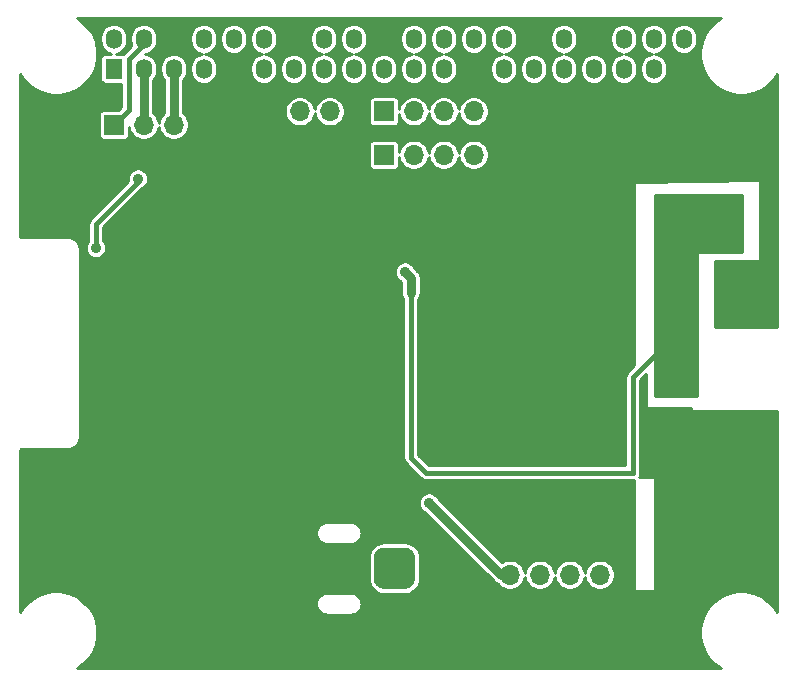
<source format=gbl>
G04 #@! TF.GenerationSoftware,KiCad,Pcbnew,(5.1.6-0-10_14)*
G04 #@! TF.CreationDate,2021-09-09T15:00:30-05:00*
G04 #@! TF.ProjectId,2019-Pi-Power,32303139-2d50-4692-9d50-6f7765722e6b,rev?*
G04 #@! TF.SameCoordinates,Original*
G04 #@! TF.FileFunction,Copper,L2,Bot*
G04 #@! TF.FilePolarity,Positive*
%FSLAX46Y46*%
G04 Gerber Fmt 4.6, Leading zero omitted, Abs format (unit mm)*
G04 Created by KiCad (PCBNEW (5.1.6-0-10_14)) date 2021-09-09 15:00:30*
%MOMM*%
%LPD*%
G01*
G04 APERTURE LIST*
G04 #@! TA.AperFunction,ComponentPad*
%ADD10O,1.700000X1.700000*%
G04 #@! TD*
G04 #@! TA.AperFunction,ComponentPad*
%ADD11R,1.700000X1.700000*%
G04 #@! TD*
G04 #@! TA.AperFunction,ComponentPad*
%ADD12R,1.400000X1.700000*%
G04 #@! TD*
G04 #@! TA.AperFunction,ComponentPad*
%ADD13O,1.400000X1.700000*%
G04 #@! TD*
G04 #@! TA.AperFunction,ViaPad*
%ADD14C,0.900000*%
G04 #@! TD*
G04 #@! TA.AperFunction,ViaPad*
%ADD15C,0.500000*%
G04 #@! TD*
G04 #@! TA.AperFunction,Conductor*
%ADD16C,0.400000*%
G04 #@! TD*
G04 #@! TA.AperFunction,Conductor*
%ADD17C,0.800000*%
G04 #@! TD*
G04 #@! TA.AperFunction,Conductor*
%ADD18C,0.254000*%
G04 #@! TD*
G04 APERTURE END LIST*
G04 #@! TA.AperFunction,ComponentPad*
G36*
G01*
X233007000Y-142812000D02*
X231257000Y-142812000D01*
G75*
G02*
X230382000Y-141937000I0J875000D01*
G01*
X230382000Y-140187000D01*
G75*
G02*
X231257000Y-139312000I875000J0D01*
G01*
X233007000Y-139312000D01*
G75*
G02*
X233882000Y-140187000I0J-875000D01*
G01*
X233882000Y-141937000D01*
G75*
G02*
X233007000Y-142812000I-875000J0D01*
G01*
G37*
G04 #@! TD.AperFunction*
D10*
X260452000Y-118504000D03*
X260452000Y-115964000D03*
X260452000Y-113424000D03*
D11*
X260452000Y-110884000D03*
D10*
X216002000Y-103518000D03*
X213462000Y-103518000D03*
X210922000Y-103518000D03*
D11*
X208382000Y-103518000D03*
D12*
X208370000Y-98770000D03*
D13*
X208370000Y-96230000D03*
X210910000Y-98770000D03*
X210910000Y-96230000D03*
X213450000Y-98770000D03*
X213450000Y-96230000D03*
X215990000Y-98770000D03*
X215990000Y-96230000D03*
X218530000Y-98770000D03*
X218530000Y-96230000D03*
X221070000Y-98770000D03*
X221070000Y-96230000D03*
X223610000Y-98770000D03*
X223610000Y-96230000D03*
X226150000Y-98770000D03*
X226150000Y-96230000D03*
X228690000Y-98770000D03*
X228690000Y-96230000D03*
X231230000Y-98770000D03*
X231230000Y-96230000D03*
X233770000Y-98770000D03*
X233770000Y-96230000D03*
X236310000Y-98770000D03*
X236310000Y-96230000D03*
X238850000Y-98770000D03*
X238850000Y-96230000D03*
X241390000Y-98770000D03*
X241390000Y-96230000D03*
X243930000Y-98770000D03*
X243930000Y-96230000D03*
X246470000Y-98770000D03*
X246470000Y-96230000D03*
X249010000Y-98770000D03*
X249010000Y-96230000D03*
X251550000Y-98770000D03*
X251550000Y-96230000D03*
X254090000Y-98770000D03*
X254090000Y-96230000D03*
X256630000Y-98770000D03*
X256630000Y-96230000D03*
D10*
X249530000Y-141618000D03*
X249530000Y-144158000D03*
X246990000Y-141618000D03*
X246990000Y-144158000D03*
X244450000Y-141618000D03*
X244450000Y-144158000D03*
X241910000Y-141618000D03*
D11*
X241910000Y-144158000D03*
X231242000Y-102375000D03*
D10*
X233782000Y-102375000D03*
X236322000Y-102375000D03*
X238862000Y-102375000D03*
X238862000Y-106058000D03*
X236322000Y-106058000D03*
X233782000Y-106058000D03*
D11*
X231242000Y-106058000D03*
D10*
X226670000Y-102375000D03*
X226670000Y-104915000D03*
X224130000Y-102375000D03*
D11*
X224130000Y-104915000D03*
D14*
X210414000Y-108090000D03*
X235052000Y-135522000D03*
X206858000Y-113932000D03*
D15*
X210414000Y-117488000D03*
X210414000Y-118250000D03*
X210414000Y-119774000D03*
X210414000Y-119012000D03*
X209652000Y-118250000D03*
X209652000Y-117488000D03*
X209652000Y-119012000D03*
X209652000Y-119774000D03*
X210414000Y-121298000D03*
X209652000Y-122060000D03*
X209652000Y-120536000D03*
X209652000Y-121298000D03*
X209652000Y-122822000D03*
X210414000Y-120536000D03*
X210414000Y-122060000D03*
X210414000Y-122822000D03*
X208890000Y-118250000D03*
X208128000Y-119012000D03*
X208128000Y-117488000D03*
X208128000Y-118250000D03*
X208128000Y-119774000D03*
X208890000Y-117488000D03*
X208890000Y-119012000D03*
X208890000Y-119774000D03*
X208128000Y-122822000D03*
X208890000Y-120536000D03*
X208890000Y-122822000D03*
X208890000Y-122060000D03*
X208128000Y-121298000D03*
X208890000Y-121298000D03*
X208128000Y-120536000D03*
X208128000Y-122060000D03*
X207366000Y-122822000D03*
X207366000Y-121298000D03*
X207366000Y-119012000D03*
X207366000Y-118250000D03*
X207366000Y-119774000D03*
X207366000Y-117488000D03*
X207366000Y-122060000D03*
X207366000Y-120536000D03*
X215748000Y-120282000D03*
X214224000Y-119520000D03*
X214224000Y-121044000D03*
X213462000Y-121044000D03*
X214224000Y-120282000D03*
X213462000Y-120282000D03*
X213462000Y-119520000D03*
X214986000Y-121044000D03*
X214986000Y-119520000D03*
X214986000Y-120282000D03*
X215748000Y-119520000D03*
X215748000Y-121044000D03*
X212700000Y-120282000D03*
X212700000Y-119520000D03*
X212700000Y-121044000D03*
X243434000Y-120282000D03*
X241910000Y-119520000D03*
X241910000Y-121044000D03*
X241148000Y-121044000D03*
X241910000Y-120282000D03*
X241148000Y-120282000D03*
X241148000Y-119520000D03*
X242672000Y-121044000D03*
X242672000Y-119520000D03*
X242672000Y-120282000D03*
X243434000Y-119520000D03*
X243434000Y-121044000D03*
X240386000Y-120282000D03*
X240386000Y-119520000D03*
X240386000Y-121044000D03*
X236322000Y-122822000D03*
X235560000Y-122822000D03*
X236322000Y-122060000D03*
X236322000Y-121298000D03*
X236322000Y-119774000D03*
X237846000Y-118250000D03*
X236322000Y-120536000D03*
X235560000Y-121298000D03*
X236322000Y-117488000D03*
X236322000Y-119012000D03*
X235560000Y-119012000D03*
X236322000Y-118250000D03*
X235560000Y-118250000D03*
X235560000Y-119774000D03*
X235560000Y-117488000D03*
X235560000Y-122060000D03*
X235560000Y-120536000D03*
X237084000Y-119012000D03*
X237084000Y-117488000D03*
X237084000Y-118250000D03*
X237084000Y-119774000D03*
X237846000Y-117488000D03*
X234798000Y-121298000D03*
X234798000Y-122060000D03*
X234798000Y-122822000D03*
X237846000Y-119012000D03*
X234798000Y-118250000D03*
X234798000Y-120536000D03*
X234798000Y-117488000D03*
X234798000Y-119774000D03*
X237846000Y-119774000D03*
X234798000Y-119012000D03*
X237084000Y-122822000D03*
X237846000Y-120536000D03*
X237846000Y-122822000D03*
X237846000Y-122060000D03*
X237084000Y-121298000D03*
X237846000Y-121298000D03*
X237084000Y-120536000D03*
X237084000Y-122060000D03*
D14*
X225146000Y-147206000D03*
X226670000Y-147206000D03*
X228194000Y-147206000D03*
X229718000Y-147206000D03*
X253848000Y-128410000D03*
X253848000Y-129680000D03*
X253848000Y-130950000D03*
X253848000Y-132220000D03*
X229972000Y-128918000D03*
X229972000Y-130188000D03*
X229972000Y-131458000D03*
X229972000Y-132728000D03*
X208890000Y-112916000D03*
X236576000Y-113424000D03*
X254610000Y-122568000D03*
X233020000Y-115964000D03*
D16*
X210910000Y-96230000D02*
X210910000Y-96672000D01*
X210910000Y-96672000D02*
X209652000Y-97930000D01*
X209652000Y-102248000D02*
X208382000Y-103518000D01*
X209652000Y-97930000D02*
X209652000Y-102248000D01*
D17*
X241148000Y-141618000D02*
X241910000Y-141618000D01*
X235052000Y-135522000D02*
X241148000Y-141618000D01*
D16*
X210414000Y-108090000D02*
X210414000Y-108344000D01*
X210414000Y-108344000D02*
X206858000Y-111900000D01*
X206858000Y-111900000D02*
X206858000Y-113932000D01*
D17*
X210910000Y-103506000D02*
X210922000Y-103518000D01*
X210910000Y-98770000D02*
X210910000Y-103506000D01*
X213450000Y-103506000D02*
X213462000Y-103518000D01*
X213450000Y-98770000D02*
X213450000Y-103506000D01*
D16*
X254610000Y-122568000D02*
X252324000Y-124854000D01*
X252324000Y-124854000D02*
X252324000Y-132982000D01*
X252324000Y-132982000D02*
X234798000Y-132982000D01*
X234798000Y-132982000D02*
X233528000Y-131712000D01*
X233528000Y-131712000D02*
X233528000Y-117742000D01*
D17*
X233528000Y-116472000D02*
X233020000Y-115964000D01*
X233528000Y-117742000D02*
X233528000Y-116472000D01*
D18*
G36*
X261595000Y-114313000D02*
G01*
X257912000Y-114313000D01*
X257887224Y-114315440D01*
X257863399Y-114322667D01*
X257841443Y-114334403D01*
X257822197Y-114350197D01*
X257806403Y-114369443D01*
X257794667Y-114391399D01*
X257787440Y-114415224D01*
X257785000Y-114440000D01*
X257785000Y-126505000D01*
X254229000Y-126505000D01*
X254229000Y-109487000D01*
X261595000Y-109487000D01*
X261595000Y-114313000D01*
G37*
X261595000Y-114313000D02*
X257912000Y-114313000D01*
X257887224Y-114315440D01*
X257863399Y-114322667D01*
X257841443Y-114334403D01*
X257822197Y-114350197D01*
X257806403Y-114369443D01*
X257794667Y-114391399D01*
X257787440Y-114415224D01*
X257785000Y-114440000D01*
X257785000Y-126505000D01*
X254229000Y-126505000D01*
X254229000Y-109487000D01*
X261595000Y-109487000D01*
X261595000Y-114313000D01*
G36*
X259283542Y-94799238D02*
G01*
X258799238Y-95283542D01*
X258418722Y-95853023D01*
X258156619Y-96485796D01*
X258023000Y-97157545D01*
X258023000Y-97842455D01*
X258156619Y-98514204D01*
X258418722Y-99146977D01*
X258799238Y-99716458D01*
X259283542Y-100200762D01*
X259853023Y-100581278D01*
X260485796Y-100843381D01*
X261157545Y-100977000D01*
X261842455Y-100977000D01*
X262514204Y-100843381D01*
X263146977Y-100581278D01*
X263716458Y-100200762D01*
X264200762Y-99716458D01*
X264523001Y-99234195D01*
X264523001Y-120663000D01*
X259309000Y-120663000D01*
X259309000Y-115075000D01*
X262992000Y-115075000D01*
X263016776Y-115072560D01*
X263040601Y-115065333D01*
X263062557Y-115053597D01*
X263081803Y-115037803D01*
X263097597Y-115018557D01*
X263109333Y-114996601D01*
X263116560Y-114972776D01*
X263119000Y-114948000D01*
X263119000Y-108344000D01*
X263116560Y-108319224D01*
X263109333Y-108295399D01*
X263097597Y-108273443D01*
X263081803Y-108254197D01*
X263062557Y-108238403D01*
X263040601Y-108226667D01*
X263016776Y-108219440D01*
X262990470Y-108217009D01*
X252576470Y-108342479D01*
X252551725Y-108345218D01*
X252527989Y-108352731D01*
X252506176Y-108364731D01*
X252487122Y-108380756D01*
X252471561Y-108400190D01*
X252460090Y-108422286D01*
X252453151Y-108446196D01*
X252451000Y-108469470D01*
X252451000Y-123838000D01*
X252451205Y-123840084D01*
X251902427Y-124388862D01*
X251878499Y-124408499D01*
X251800147Y-124503973D01*
X251741925Y-124612898D01*
X251706073Y-124731087D01*
X251706073Y-124731088D01*
X251693967Y-124854000D01*
X251697000Y-124884794D01*
X251697001Y-132355000D01*
X235057712Y-132355000D01*
X234155000Y-131452289D01*
X234155000Y-118281604D01*
X234218952Y-118203679D01*
X234295745Y-118060010D01*
X234343034Y-117904120D01*
X234355000Y-117782624D01*
X234355000Y-116512610D01*
X234359000Y-116471999D01*
X234355000Y-116431388D01*
X234355000Y-116431376D01*
X234343034Y-116309880D01*
X234295745Y-116153990D01*
X234280848Y-116126120D01*
X234218951Y-116010319D01*
X234141502Y-115915948D01*
X234141501Y-115915947D01*
X234115606Y-115884394D01*
X234084053Y-115858499D01*
X233813485Y-115587931D01*
X233797187Y-115548585D01*
X233701210Y-115404945D01*
X233579055Y-115282790D01*
X233435415Y-115186813D01*
X233275811Y-115120703D01*
X233106377Y-115087000D01*
X232933623Y-115087000D01*
X232764189Y-115120703D01*
X232604585Y-115186813D01*
X232460945Y-115282790D01*
X232338790Y-115404945D01*
X232242813Y-115548585D01*
X232176703Y-115708189D01*
X232143000Y-115877623D01*
X232143000Y-116050377D01*
X232176703Y-116219811D01*
X232242813Y-116379415D01*
X232338790Y-116523055D01*
X232460945Y-116645210D01*
X232604585Y-116741187D01*
X232643931Y-116757485D01*
X232701001Y-116814554D01*
X232701000Y-117782623D01*
X232712966Y-117904119D01*
X232760255Y-118060009D01*
X232837048Y-118203678D01*
X232901001Y-118281605D01*
X232901000Y-131681206D01*
X232897967Y-131712000D01*
X232901000Y-131742793D01*
X232910073Y-131834912D01*
X232945925Y-131953102D01*
X233004147Y-132062027D01*
X233082499Y-132157501D01*
X233106427Y-132177138D01*
X234332866Y-133403578D01*
X234352499Y-133427501D01*
X234447972Y-133505853D01*
X234556897Y-133564075D01*
X234675087Y-133599927D01*
X234797999Y-133612033D01*
X234828793Y-133609000D01*
X252293206Y-133609000D01*
X252324000Y-133612033D01*
X252354794Y-133609000D01*
X252446913Y-133599927D01*
X252451000Y-133598687D01*
X252451000Y-142867947D01*
X252453440Y-142892723D01*
X252460667Y-142916548D01*
X252472403Y-142938504D01*
X252488197Y-142957750D01*
X252507443Y-142973544D01*
X252529399Y-142985280D01*
X252553224Y-142992507D01*
X252576329Y-142994936D01*
X254100329Y-143014989D01*
X254125135Y-143012875D01*
X254149053Y-143005962D01*
X254171162Y-142994516D01*
X254190613Y-142978976D01*
X254206659Y-142959941D01*
X254218683Y-142938140D01*
X254226223Y-142914413D01*
X254229000Y-142888000D01*
X254229000Y-133490000D01*
X254226560Y-133465224D01*
X254219333Y-133441399D01*
X254207597Y-133419443D01*
X254191803Y-133400197D01*
X254172557Y-133384403D01*
X254150601Y-133372667D01*
X254126776Y-133365440D01*
X254102000Y-133363000D01*
X252822435Y-133363000D01*
X252847853Y-133332028D01*
X252906075Y-133223103D01*
X252941927Y-133104913D01*
X252954033Y-132982000D01*
X252951000Y-132951206D01*
X252951000Y-125113711D01*
X253467000Y-124597711D01*
X253467000Y-127394000D01*
X253469440Y-127418776D01*
X253476667Y-127442601D01*
X253488403Y-127464557D01*
X253504197Y-127483803D01*
X253523443Y-127499597D01*
X253545399Y-127511333D01*
X253569224Y-127518560D01*
X253594000Y-127521000D01*
X257277000Y-127521000D01*
X257277000Y-127648000D01*
X257279440Y-127672776D01*
X257286667Y-127696601D01*
X257298403Y-127718557D01*
X257314197Y-127737803D01*
X257333443Y-127753597D01*
X257355399Y-127765333D01*
X257379224Y-127772560D01*
X257404000Y-127775000D01*
X264523000Y-127775000D01*
X264523000Y-144765804D01*
X264200762Y-144283542D01*
X263716458Y-143799238D01*
X263146977Y-143418722D01*
X262514204Y-143156619D01*
X261842455Y-143023000D01*
X261157545Y-143023000D01*
X260485796Y-143156619D01*
X259853023Y-143418722D01*
X259283542Y-143799238D01*
X258799238Y-144283542D01*
X258418722Y-144853023D01*
X258156619Y-145485796D01*
X258023000Y-146157545D01*
X258023000Y-146842455D01*
X258156619Y-147514204D01*
X258418722Y-148146977D01*
X258799238Y-148716458D01*
X259283542Y-149200762D01*
X259765804Y-149523000D01*
X205234196Y-149523000D01*
X205716458Y-149200762D01*
X206200762Y-148716458D01*
X206581278Y-148146977D01*
X206843381Y-147514204D01*
X206977000Y-146842455D01*
X206977000Y-146157545D01*
X206843381Y-145485796D01*
X206581278Y-144853023D01*
X206200762Y-144283542D01*
X205979220Y-144062000D01*
X225500515Y-144062000D01*
X225518413Y-144243724D01*
X225571420Y-144418464D01*
X225657499Y-144579505D01*
X225773341Y-144720659D01*
X225914495Y-144836501D01*
X226075536Y-144922580D01*
X226250276Y-144975587D01*
X226386462Y-144989000D01*
X228477538Y-144989000D01*
X228613724Y-144975587D01*
X228788464Y-144922580D01*
X228949505Y-144836501D01*
X229090659Y-144720659D01*
X229206501Y-144579505D01*
X229292580Y-144418464D01*
X229345587Y-144243724D01*
X229363485Y-144062000D01*
X229345587Y-143880276D01*
X229292580Y-143705536D01*
X229206501Y-143544495D01*
X229090659Y-143403341D01*
X228949505Y-143287499D01*
X228788464Y-143201420D01*
X228613724Y-143148413D01*
X228477538Y-143135000D01*
X226386462Y-143135000D01*
X226250276Y-143148413D01*
X226075536Y-143201420D01*
X225914495Y-143287499D01*
X225773341Y-143403341D01*
X225657499Y-143544495D01*
X225571420Y-143705536D01*
X225518413Y-143880276D01*
X225500515Y-144062000D01*
X205979220Y-144062000D01*
X205716458Y-143799238D01*
X205146977Y-143418722D01*
X204514204Y-143156619D01*
X203842455Y-143023000D01*
X203157545Y-143023000D01*
X202485796Y-143156619D01*
X201853023Y-143418722D01*
X201283542Y-143799238D01*
X200799238Y-144283542D01*
X200477000Y-144765804D01*
X200477000Y-140187000D01*
X229952934Y-140187000D01*
X229952934Y-141937000D01*
X229977991Y-142191411D01*
X230052200Y-142436044D01*
X230172709Y-142661500D01*
X230334886Y-142859114D01*
X230532500Y-143021291D01*
X230757956Y-143141800D01*
X231002589Y-143216009D01*
X231257000Y-143241066D01*
X233007000Y-143241066D01*
X233261411Y-143216009D01*
X233506044Y-143141800D01*
X233731500Y-143021291D01*
X233929114Y-142859114D01*
X234091291Y-142661500D01*
X234211800Y-142436044D01*
X234286009Y-142191411D01*
X234311066Y-141937000D01*
X234311066Y-140187000D01*
X234286009Y-139932589D01*
X234211800Y-139687956D01*
X234091291Y-139462500D01*
X233929114Y-139264886D01*
X233731500Y-139102709D01*
X233506044Y-138982200D01*
X233261411Y-138907991D01*
X233007000Y-138882934D01*
X231257000Y-138882934D01*
X231002589Y-138907991D01*
X230757956Y-138982200D01*
X230532500Y-139102709D01*
X230334886Y-139264886D01*
X230172709Y-139462500D01*
X230052200Y-139687956D01*
X229977991Y-139932589D01*
X229952934Y-140187000D01*
X200477000Y-140187000D01*
X200477000Y-138062000D01*
X225500515Y-138062000D01*
X225518413Y-138243724D01*
X225571420Y-138418464D01*
X225657499Y-138579505D01*
X225773341Y-138720659D01*
X225914495Y-138836501D01*
X226075536Y-138922580D01*
X226250276Y-138975587D01*
X226386462Y-138989000D01*
X228477538Y-138989000D01*
X228613724Y-138975587D01*
X228788464Y-138922580D01*
X228949505Y-138836501D01*
X229090659Y-138720659D01*
X229206501Y-138579505D01*
X229292580Y-138418464D01*
X229345587Y-138243724D01*
X229363485Y-138062000D01*
X229345587Y-137880276D01*
X229292580Y-137705536D01*
X229206501Y-137544495D01*
X229090659Y-137403341D01*
X228949505Y-137287499D01*
X228788464Y-137201420D01*
X228613724Y-137148413D01*
X228477538Y-137135000D01*
X226386462Y-137135000D01*
X226250276Y-137148413D01*
X226075536Y-137201420D01*
X225914495Y-137287499D01*
X225773341Y-137403341D01*
X225657499Y-137544495D01*
X225571420Y-137705536D01*
X225518413Y-137880276D01*
X225500515Y-138062000D01*
X200477000Y-138062000D01*
X200477000Y-135435623D01*
X234175000Y-135435623D01*
X234175000Y-135608377D01*
X234208703Y-135777811D01*
X234274813Y-135937415D01*
X234370790Y-136081055D01*
X234492945Y-136203210D01*
X234636585Y-136299187D01*
X234675932Y-136315485D01*
X240534499Y-142174053D01*
X240560394Y-142205606D01*
X240591947Y-142231501D01*
X240591948Y-142231502D01*
X240686320Y-142308952D01*
X240763113Y-142349998D01*
X240829990Y-142385745D01*
X240901688Y-142407495D01*
X240918089Y-142432040D01*
X241095960Y-142609911D01*
X241305114Y-142749663D01*
X241537513Y-142845926D01*
X241784226Y-142895000D01*
X242035774Y-142895000D01*
X242282487Y-142845926D01*
X242514886Y-142749663D01*
X242724040Y-142609911D01*
X242901911Y-142432040D01*
X243041663Y-142222886D01*
X243137926Y-141990487D01*
X243180000Y-141778966D01*
X243222074Y-141990487D01*
X243318337Y-142222886D01*
X243458089Y-142432040D01*
X243635960Y-142609911D01*
X243845114Y-142749663D01*
X244077513Y-142845926D01*
X244324226Y-142895000D01*
X244575774Y-142895000D01*
X244822487Y-142845926D01*
X245054886Y-142749663D01*
X245264040Y-142609911D01*
X245441911Y-142432040D01*
X245581663Y-142222886D01*
X245677926Y-141990487D01*
X245720000Y-141778966D01*
X245762074Y-141990487D01*
X245858337Y-142222886D01*
X245998089Y-142432040D01*
X246175960Y-142609911D01*
X246385114Y-142749663D01*
X246617513Y-142845926D01*
X246864226Y-142895000D01*
X247115774Y-142895000D01*
X247362487Y-142845926D01*
X247594886Y-142749663D01*
X247804040Y-142609911D01*
X247981911Y-142432040D01*
X248121663Y-142222886D01*
X248217926Y-141990487D01*
X248260000Y-141778966D01*
X248302074Y-141990487D01*
X248398337Y-142222886D01*
X248538089Y-142432040D01*
X248715960Y-142609911D01*
X248925114Y-142749663D01*
X249157513Y-142845926D01*
X249404226Y-142895000D01*
X249655774Y-142895000D01*
X249902487Y-142845926D01*
X250134886Y-142749663D01*
X250344040Y-142609911D01*
X250521911Y-142432040D01*
X250661663Y-142222886D01*
X250757926Y-141990487D01*
X250807000Y-141743774D01*
X250807000Y-141492226D01*
X250757926Y-141245513D01*
X250661663Y-141013114D01*
X250521911Y-140803960D01*
X250344040Y-140626089D01*
X250134886Y-140486337D01*
X249902487Y-140390074D01*
X249655774Y-140341000D01*
X249404226Y-140341000D01*
X249157513Y-140390074D01*
X248925114Y-140486337D01*
X248715960Y-140626089D01*
X248538089Y-140803960D01*
X248398337Y-141013114D01*
X248302074Y-141245513D01*
X248260000Y-141457034D01*
X248217926Y-141245513D01*
X248121663Y-141013114D01*
X247981911Y-140803960D01*
X247804040Y-140626089D01*
X247594886Y-140486337D01*
X247362487Y-140390074D01*
X247115774Y-140341000D01*
X246864226Y-140341000D01*
X246617513Y-140390074D01*
X246385114Y-140486337D01*
X246175960Y-140626089D01*
X245998089Y-140803960D01*
X245858337Y-141013114D01*
X245762074Y-141245513D01*
X245720000Y-141457034D01*
X245677926Y-141245513D01*
X245581663Y-141013114D01*
X245441911Y-140803960D01*
X245264040Y-140626089D01*
X245054886Y-140486337D01*
X244822487Y-140390074D01*
X244575774Y-140341000D01*
X244324226Y-140341000D01*
X244077513Y-140390074D01*
X243845114Y-140486337D01*
X243635960Y-140626089D01*
X243458089Y-140803960D01*
X243318337Y-141013114D01*
X243222074Y-141245513D01*
X243180000Y-141457034D01*
X243137926Y-141245513D01*
X243041663Y-141013114D01*
X242901911Y-140803960D01*
X242724040Y-140626089D01*
X242514886Y-140486337D01*
X242282487Y-140390074D01*
X242035774Y-140341000D01*
X241784226Y-140341000D01*
X241537513Y-140390074D01*
X241305114Y-140486337D01*
X241233645Y-140534091D01*
X235845485Y-135145932D01*
X235829187Y-135106585D01*
X235733210Y-134962945D01*
X235611055Y-134840790D01*
X235467415Y-134744813D01*
X235307811Y-134678703D01*
X235138377Y-134645000D01*
X234965623Y-134645000D01*
X234796189Y-134678703D01*
X234636585Y-134744813D01*
X234492945Y-134840790D01*
X234370790Y-134962945D01*
X234274813Y-135106585D01*
X234208703Y-135266189D01*
X234175000Y-135435623D01*
X200477000Y-135435623D01*
X200477000Y-131023332D01*
X200479682Y-130995976D01*
X200480851Y-130992106D01*
X200482748Y-130988538D01*
X200485302Y-130985406D01*
X200488419Y-130982827D01*
X200491974Y-130980905D01*
X200495835Y-130979710D01*
X200521622Y-130977000D01*
X204523423Y-130977000D01*
X204543690Y-130975004D01*
X204546722Y-130975025D01*
X204553350Y-130974375D01*
X204650399Y-130964175D01*
X204692750Y-130955482D01*
X204735216Y-130947381D01*
X204741589Y-130945457D01*
X204741595Y-130945455D01*
X204834810Y-130916600D01*
X204874680Y-130899841D01*
X204914753Y-130883650D01*
X204920623Y-130880529D01*
X204920631Y-130880525D01*
X204920638Y-130880520D01*
X205006471Y-130834110D01*
X205042348Y-130809911D01*
X205078487Y-130786263D01*
X205083643Y-130782057D01*
X205083649Y-130782053D01*
X205083654Y-130782048D01*
X205158837Y-130719851D01*
X205189304Y-130689171D01*
X205220186Y-130658930D01*
X205224431Y-130653798D01*
X205224434Y-130653795D01*
X205224436Y-130653791D01*
X205286107Y-130578177D01*
X205310057Y-130542131D01*
X205334461Y-130506490D01*
X205337619Y-130500648D01*
X205337626Y-130500638D01*
X205337630Y-130500628D01*
X205383440Y-130414471D01*
X205399917Y-130374495D01*
X205416945Y-130334768D01*
X205418914Y-130328405D01*
X205418916Y-130328401D01*
X205418918Y-130328393D01*
X205447119Y-130234987D01*
X205455522Y-130192552D01*
X205464506Y-130150286D01*
X205465202Y-130143662D01*
X205474724Y-130046545D01*
X205474724Y-130046531D01*
X205477000Y-130023423D01*
X205477000Y-113976577D01*
X205475004Y-113956310D01*
X205475025Y-113953278D01*
X205474375Y-113946650D01*
X205464175Y-113849602D01*
X205463359Y-113845623D01*
X205981000Y-113845623D01*
X205981000Y-114018377D01*
X206014703Y-114187811D01*
X206080813Y-114347415D01*
X206176790Y-114491055D01*
X206298945Y-114613210D01*
X206442585Y-114709187D01*
X206602189Y-114775297D01*
X206771623Y-114809000D01*
X206944377Y-114809000D01*
X207113811Y-114775297D01*
X207273415Y-114709187D01*
X207417055Y-114613210D01*
X207539210Y-114491055D01*
X207635187Y-114347415D01*
X207701297Y-114187811D01*
X207735000Y-114018377D01*
X207735000Y-113845623D01*
X207701297Y-113676189D01*
X207635187Y-113516585D01*
X207539210Y-113372945D01*
X207485000Y-113318735D01*
X207485000Y-112159711D01*
X210740833Y-108903879D01*
X210829415Y-108867187D01*
X210973055Y-108771210D01*
X211095210Y-108649055D01*
X211191187Y-108505415D01*
X211257297Y-108345811D01*
X211291000Y-108176377D01*
X211291000Y-108003623D01*
X211257297Y-107834189D01*
X211191187Y-107674585D01*
X211095210Y-107530945D01*
X210973055Y-107408790D01*
X210829415Y-107312813D01*
X210669811Y-107246703D01*
X210500377Y-107213000D01*
X210327623Y-107213000D01*
X210158189Y-107246703D01*
X209998585Y-107312813D01*
X209854945Y-107408790D01*
X209732790Y-107530945D01*
X209636813Y-107674585D01*
X209570703Y-107834189D01*
X209537000Y-108003623D01*
X209537000Y-108176377D01*
X209563199Y-108308089D01*
X206436427Y-111434862D01*
X206412499Y-111454499D01*
X206334147Y-111549973D01*
X206275925Y-111658898D01*
X206240073Y-111777087D01*
X206240073Y-111777088D01*
X206227967Y-111900000D01*
X206231000Y-111930794D01*
X206231001Y-113318734D01*
X206176790Y-113372945D01*
X206080813Y-113516585D01*
X206014703Y-113676189D01*
X205981000Y-113845623D01*
X205463359Y-113845623D01*
X205455484Y-113807265D01*
X205447381Y-113764784D01*
X205445456Y-113758409D01*
X205416600Y-113665190D01*
X205399841Y-113625320D01*
X205383650Y-113585247D01*
X205380529Y-113579377D01*
X205380525Y-113579369D01*
X205380520Y-113579362D01*
X205334110Y-113493529D01*
X205309926Y-113457675D01*
X205286263Y-113421513D01*
X205282055Y-113416354D01*
X205282053Y-113416351D01*
X205282048Y-113416346D01*
X205219851Y-113341163D01*
X205189171Y-113310696D01*
X205158930Y-113279814D01*
X205153798Y-113275569D01*
X205153794Y-113275565D01*
X205153789Y-113275562D01*
X205078177Y-113213893D01*
X205042169Y-113189969D01*
X205006490Y-113165539D01*
X205000643Y-113162378D01*
X205000637Y-113162374D01*
X205000630Y-113162371D01*
X204914471Y-113116560D01*
X204874495Y-113100083D01*
X204834768Y-113083055D01*
X204828408Y-113081087D01*
X204828401Y-113081084D01*
X204828393Y-113081082D01*
X204734987Y-113052881D01*
X204692552Y-113044478D01*
X204650286Y-113035494D01*
X204643671Y-113034799D01*
X204643666Y-113034798D01*
X204643662Y-113034798D01*
X204546545Y-113025276D01*
X204546531Y-113025276D01*
X204523423Y-113023000D01*
X200523332Y-113023000D01*
X200495976Y-113020318D01*
X200492106Y-113019149D01*
X200488538Y-113017252D01*
X200485406Y-113014698D01*
X200482827Y-113011581D01*
X200480905Y-113008026D01*
X200479710Y-113004165D01*
X200477000Y-112978379D01*
X200477000Y-105208000D01*
X229962934Y-105208000D01*
X229962934Y-106908000D01*
X229971178Y-106991707D01*
X229995595Y-107072196D01*
X230035245Y-107146376D01*
X230088605Y-107211395D01*
X230153624Y-107264755D01*
X230227804Y-107304405D01*
X230308293Y-107328822D01*
X230392000Y-107337066D01*
X232092000Y-107337066D01*
X232175707Y-107328822D01*
X232256196Y-107304405D01*
X232330376Y-107264755D01*
X232395395Y-107211395D01*
X232448755Y-107146376D01*
X232488405Y-107072196D01*
X232512822Y-106991707D01*
X232521066Y-106908000D01*
X232521066Y-106264544D01*
X232554074Y-106430487D01*
X232650337Y-106662886D01*
X232790089Y-106872040D01*
X232967960Y-107049911D01*
X233177114Y-107189663D01*
X233409513Y-107285926D01*
X233656226Y-107335000D01*
X233907774Y-107335000D01*
X234154487Y-107285926D01*
X234386886Y-107189663D01*
X234596040Y-107049911D01*
X234773911Y-106872040D01*
X234913663Y-106662886D01*
X235009926Y-106430487D01*
X235052000Y-106218966D01*
X235094074Y-106430487D01*
X235190337Y-106662886D01*
X235330089Y-106872040D01*
X235507960Y-107049911D01*
X235717114Y-107189663D01*
X235949513Y-107285926D01*
X236196226Y-107335000D01*
X236447774Y-107335000D01*
X236694487Y-107285926D01*
X236926886Y-107189663D01*
X237136040Y-107049911D01*
X237313911Y-106872040D01*
X237453663Y-106662886D01*
X237549926Y-106430487D01*
X237592000Y-106218966D01*
X237634074Y-106430487D01*
X237730337Y-106662886D01*
X237870089Y-106872040D01*
X238047960Y-107049911D01*
X238257114Y-107189663D01*
X238489513Y-107285926D01*
X238736226Y-107335000D01*
X238987774Y-107335000D01*
X239234487Y-107285926D01*
X239466886Y-107189663D01*
X239676040Y-107049911D01*
X239853911Y-106872040D01*
X239993663Y-106662886D01*
X240089926Y-106430487D01*
X240139000Y-106183774D01*
X240139000Y-105932226D01*
X240089926Y-105685513D01*
X239993663Y-105453114D01*
X239853911Y-105243960D01*
X239676040Y-105066089D01*
X239466886Y-104926337D01*
X239234487Y-104830074D01*
X238987774Y-104781000D01*
X238736226Y-104781000D01*
X238489513Y-104830074D01*
X238257114Y-104926337D01*
X238047960Y-105066089D01*
X237870089Y-105243960D01*
X237730337Y-105453114D01*
X237634074Y-105685513D01*
X237592000Y-105897034D01*
X237549926Y-105685513D01*
X237453663Y-105453114D01*
X237313911Y-105243960D01*
X237136040Y-105066089D01*
X236926886Y-104926337D01*
X236694487Y-104830074D01*
X236447774Y-104781000D01*
X236196226Y-104781000D01*
X235949513Y-104830074D01*
X235717114Y-104926337D01*
X235507960Y-105066089D01*
X235330089Y-105243960D01*
X235190337Y-105453114D01*
X235094074Y-105685513D01*
X235052000Y-105897034D01*
X235009926Y-105685513D01*
X234913663Y-105453114D01*
X234773911Y-105243960D01*
X234596040Y-105066089D01*
X234386886Y-104926337D01*
X234154487Y-104830074D01*
X233907774Y-104781000D01*
X233656226Y-104781000D01*
X233409513Y-104830074D01*
X233177114Y-104926337D01*
X232967960Y-105066089D01*
X232790089Y-105243960D01*
X232650337Y-105453114D01*
X232554074Y-105685513D01*
X232521066Y-105851456D01*
X232521066Y-105208000D01*
X232512822Y-105124293D01*
X232488405Y-105043804D01*
X232448755Y-104969624D01*
X232395395Y-104904605D01*
X232330376Y-104851245D01*
X232256196Y-104811595D01*
X232175707Y-104787178D01*
X232092000Y-104778934D01*
X230392000Y-104778934D01*
X230308293Y-104787178D01*
X230227804Y-104811595D01*
X230153624Y-104851245D01*
X230088605Y-104904605D01*
X230035245Y-104969624D01*
X229995595Y-105043804D01*
X229971178Y-105124293D01*
X229962934Y-105208000D01*
X200477000Y-105208000D01*
X200477000Y-102668000D01*
X207102934Y-102668000D01*
X207102934Y-104368000D01*
X207111178Y-104451707D01*
X207135595Y-104532196D01*
X207175245Y-104606376D01*
X207228605Y-104671395D01*
X207293624Y-104724755D01*
X207367804Y-104764405D01*
X207448293Y-104788822D01*
X207532000Y-104797066D01*
X209232000Y-104797066D01*
X209315707Y-104788822D01*
X209396196Y-104764405D01*
X209470376Y-104724755D01*
X209535395Y-104671395D01*
X209588755Y-104606376D01*
X209628405Y-104532196D01*
X209652822Y-104451707D01*
X209661066Y-104368000D01*
X209661066Y-103724544D01*
X209694074Y-103890487D01*
X209790337Y-104122886D01*
X209930089Y-104332040D01*
X210107960Y-104509911D01*
X210317114Y-104649663D01*
X210549513Y-104745926D01*
X210796226Y-104795000D01*
X211047774Y-104795000D01*
X211294487Y-104745926D01*
X211526886Y-104649663D01*
X211736040Y-104509911D01*
X211913911Y-104332040D01*
X212053663Y-104122886D01*
X212149926Y-103890487D01*
X212192000Y-103678966D01*
X212234074Y-103890487D01*
X212330337Y-104122886D01*
X212470089Y-104332040D01*
X212647960Y-104509911D01*
X212857114Y-104649663D01*
X213089513Y-104745926D01*
X213336226Y-104795000D01*
X213587774Y-104795000D01*
X213834487Y-104745926D01*
X214066886Y-104649663D01*
X214276040Y-104509911D01*
X214453911Y-104332040D01*
X214593663Y-104122886D01*
X214689926Y-103890487D01*
X214739000Y-103643774D01*
X214739000Y-103392226D01*
X214689926Y-103145513D01*
X214593663Y-102913114D01*
X214453911Y-102703960D01*
X214277000Y-102527049D01*
X214277000Y-102249226D01*
X222853000Y-102249226D01*
X222853000Y-102500774D01*
X222902074Y-102747487D01*
X222998337Y-102979886D01*
X223138089Y-103189040D01*
X223315960Y-103366911D01*
X223525114Y-103506663D01*
X223757513Y-103602926D01*
X224004226Y-103652000D01*
X224255774Y-103652000D01*
X224502487Y-103602926D01*
X224734886Y-103506663D01*
X224944040Y-103366911D01*
X225121911Y-103189040D01*
X225261663Y-102979886D01*
X225357926Y-102747487D01*
X225400000Y-102535966D01*
X225442074Y-102747487D01*
X225538337Y-102979886D01*
X225678089Y-103189040D01*
X225855960Y-103366911D01*
X226065114Y-103506663D01*
X226297513Y-103602926D01*
X226544226Y-103652000D01*
X226795774Y-103652000D01*
X227042487Y-103602926D01*
X227274886Y-103506663D01*
X227484040Y-103366911D01*
X227661911Y-103189040D01*
X227801663Y-102979886D01*
X227897926Y-102747487D01*
X227947000Y-102500774D01*
X227947000Y-102249226D01*
X227897926Y-102002513D01*
X227801663Y-101770114D01*
X227661911Y-101560960D01*
X227625951Y-101525000D01*
X229962934Y-101525000D01*
X229962934Y-103225000D01*
X229971178Y-103308707D01*
X229995595Y-103389196D01*
X230035245Y-103463376D01*
X230088605Y-103528395D01*
X230153624Y-103581755D01*
X230227804Y-103621405D01*
X230308293Y-103645822D01*
X230392000Y-103654066D01*
X232092000Y-103654066D01*
X232175707Y-103645822D01*
X232256196Y-103621405D01*
X232330376Y-103581755D01*
X232395395Y-103528395D01*
X232448755Y-103463376D01*
X232488405Y-103389196D01*
X232512822Y-103308707D01*
X232521066Y-103225000D01*
X232521066Y-102581544D01*
X232554074Y-102747487D01*
X232650337Y-102979886D01*
X232790089Y-103189040D01*
X232967960Y-103366911D01*
X233177114Y-103506663D01*
X233409513Y-103602926D01*
X233656226Y-103652000D01*
X233907774Y-103652000D01*
X234154487Y-103602926D01*
X234386886Y-103506663D01*
X234596040Y-103366911D01*
X234773911Y-103189040D01*
X234913663Y-102979886D01*
X235009926Y-102747487D01*
X235052000Y-102535966D01*
X235094074Y-102747487D01*
X235190337Y-102979886D01*
X235330089Y-103189040D01*
X235507960Y-103366911D01*
X235717114Y-103506663D01*
X235949513Y-103602926D01*
X236196226Y-103652000D01*
X236447774Y-103652000D01*
X236694487Y-103602926D01*
X236926886Y-103506663D01*
X237136040Y-103366911D01*
X237313911Y-103189040D01*
X237453663Y-102979886D01*
X237549926Y-102747487D01*
X237592000Y-102535966D01*
X237634074Y-102747487D01*
X237730337Y-102979886D01*
X237870089Y-103189040D01*
X238047960Y-103366911D01*
X238257114Y-103506663D01*
X238489513Y-103602926D01*
X238736226Y-103652000D01*
X238987774Y-103652000D01*
X239234487Y-103602926D01*
X239466886Y-103506663D01*
X239676040Y-103366911D01*
X239853911Y-103189040D01*
X239993663Y-102979886D01*
X240089926Y-102747487D01*
X240139000Y-102500774D01*
X240139000Y-102249226D01*
X240089926Y-102002513D01*
X239993663Y-101770114D01*
X239853911Y-101560960D01*
X239676040Y-101383089D01*
X239466886Y-101243337D01*
X239234487Y-101147074D01*
X238987774Y-101098000D01*
X238736226Y-101098000D01*
X238489513Y-101147074D01*
X238257114Y-101243337D01*
X238047960Y-101383089D01*
X237870089Y-101560960D01*
X237730337Y-101770114D01*
X237634074Y-102002513D01*
X237592000Y-102214034D01*
X237549926Y-102002513D01*
X237453663Y-101770114D01*
X237313911Y-101560960D01*
X237136040Y-101383089D01*
X236926886Y-101243337D01*
X236694487Y-101147074D01*
X236447774Y-101098000D01*
X236196226Y-101098000D01*
X235949513Y-101147074D01*
X235717114Y-101243337D01*
X235507960Y-101383089D01*
X235330089Y-101560960D01*
X235190337Y-101770114D01*
X235094074Y-102002513D01*
X235052000Y-102214034D01*
X235009926Y-102002513D01*
X234913663Y-101770114D01*
X234773911Y-101560960D01*
X234596040Y-101383089D01*
X234386886Y-101243337D01*
X234154487Y-101147074D01*
X233907774Y-101098000D01*
X233656226Y-101098000D01*
X233409513Y-101147074D01*
X233177114Y-101243337D01*
X232967960Y-101383089D01*
X232790089Y-101560960D01*
X232650337Y-101770114D01*
X232554074Y-102002513D01*
X232521066Y-102168456D01*
X232521066Y-101525000D01*
X232512822Y-101441293D01*
X232488405Y-101360804D01*
X232448755Y-101286624D01*
X232395395Y-101221605D01*
X232330376Y-101168245D01*
X232256196Y-101128595D01*
X232175707Y-101104178D01*
X232092000Y-101095934D01*
X230392000Y-101095934D01*
X230308293Y-101104178D01*
X230227804Y-101128595D01*
X230153624Y-101168245D01*
X230088605Y-101221605D01*
X230035245Y-101286624D01*
X229995595Y-101360804D01*
X229971178Y-101441293D01*
X229962934Y-101525000D01*
X227625951Y-101525000D01*
X227484040Y-101383089D01*
X227274886Y-101243337D01*
X227042487Y-101147074D01*
X226795774Y-101098000D01*
X226544226Y-101098000D01*
X226297513Y-101147074D01*
X226065114Y-101243337D01*
X225855960Y-101383089D01*
X225678089Y-101560960D01*
X225538337Y-101770114D01*
X225442074Y-102002513D01*
X225400000Y-102214034D01*
X225357926Y-102002513D01*
X225261663Y-101770114D01*
X225121911Y-101560960D01*
X224944040Y-101383089D01*
X224734886Y-101243337D01*
X224502487Y-101147074D01*
X224255774Y-101098000D01*
X224004226Y-101098000D01*
X223757513Y-101147074D01*
X223525114Y-101243337D01*
X223315960Y-101383089D01*
X223138089Y-101560960D01*
X222998337Y-101770114D01*
X222902074Y-102002513D01*
X222853000Y-102249226D01*
X214277000Y-102249226D01*
X214277000Y-99688798D01*
X214391600Y-99549157D01*
X214496250Y-99353371D01*
X214560693Y-99140931D01*
X214577000Y-98975365D01*
X214577000Y-98564636D01*
X214560693Y-98399070D01*
X214496250Y-98186630D01*
X214391600Y-97990843D01*
X214250765Y-97819235D01*
X214079157Y-97678400D01*
X213883371Y-97573750D01*
X213670931Y-97509307D01*
X213450000Y-97487547D01*
X213229070Y-97509307D01*
X213016630Y-97573750D01*
X212820844Y-97678400D01*
X212649236Y-97819235D01*
X212508400Y-97990843D01*
X212403750Y-98186629D01*
X212339307Y-98399069D01*
X212323000Y-98564635D01*
X212323000Y-98975364D01*
X212339307Y-99140930D01*
X212403750Y-99353370D01*
X212508400Y-99549157D01*
X212623000Y-99688798D01*
X212623001Y-102551048D01*
X212470089Y-102703960D01*
X212330337Y-102913114D01*
X212234074Y-103145513D01*
X212192000Y-103357034D01*
X212149926Y-103145513D01*
X212053663Y-102913114D01*
X211913911Y-102703960D01*
X211737000Y-102527049D01*
X211737000Y-99688798D01*
X211851600Y-99549157D01*
X211956250Y-99353371D01*
X212020693Y-99140931D01*
X212037000Y-98975365D01*
X212037000Y-98564636D01*
X212020693Y-98399070D01*
X211956250Y-98186630D01*
X211851600Y-97990843D01*
X211710765Y-97819235D01*
X211539157Y-97678400D01*
X211343371Y-97573750D01*
X211130931Y-97509307D01*
X211036436Y-97500000D01*
X211130930Y-97490693D01*
X211343370Y-97426250D01*
X211539157Y-97321600D01*
X211710765Y-97180765D01*
X211851600Y-97009157D01*
X211956250Y-96813371D01*
X212020693Y-96600931D01*
X212037000Y-96435365D01*
X212037000Y-96024636D01*
X212037000Y-96024635D01*
X214863000Y-96024635D01*
X214863000Y-96435364D01*
X214879307Y-96600930D01*
X214943750Y-96813370D01*
X215048400Y-97009157D01*
X215189235Y-97180765D01*
X215360843Y-97321600D01*
X215556629Y-97426250D01*
X215769069Y-97490693D01*
X215863564Y-97500000D01*
X215769070Y-97509307D01*
X215556630Y-97573750D01*
X215360844Y-97678400D01*
X215189236Y-97819235D01*
X215048400Y-97990843D01*
X214943750Y-98186629D01*
X214879307Y-98399069D01*
X214863000Y-98564635D01*
X214863000Y-98975364D01*
X214879307Y-99140930D01*
X214943750Y-99353370D01*
X215048400Y-99549157D01*
X215189235Y-99720765D01*
X215360843Y-99861600D01*
X215556629Y-99966250D01*
X215769069Y-100030693D01*
X215990000Y-100052453D01*
X216210930Y-100030693D01*
X216423370Y-99966250D01*
X216619157Y-99861600D01*
X216790765Y-99720765D01*
X216931600Y-99549157D01*
X217036250Y-99353371D01*
X217100693Y-99140931D01*
X217117000Y-98975365D01*
X217117000Y-98564636D01*
X217100693Y-98399070D01*
X217036250Y-98186630D01*
X216931600Y-97990843D01*
X216790765Y-97819235D01*
X216619157Y-97678400D01*
X216423371Y-97573750D01*
X216210931Y-97509307D01*
X216116436Y-97500000D01*
X216210930Y-97490693D01*
X216423370Y-97426250D01*
X216619157Y-97321600D01*
X216790765Y-97180765D01*
X216931600Y-97009157D01*
X217036250Y-96813371D01*
X217100693Y-96600931D01*
X217117000Y-96435365D01*
X217117000Y-96024636D01*
X217117000Y-96024635D01*
X217403000Y-96024635D01*
X217403000Y-96435364D01*
X217419307Y-96600930D01*
X217483750Y-96813370D01*
X217588400Y-97009157D01*
X217729235Y-97180765D01*
X217900843Y-97321600D01*
X218096629Y-97426250D01*
X218309069Y-97490693D01*
X218530000Y-97512453D01*
X218750930Y-97490693D01*
X218963370Y-97426250D01*
X219159157Y-97321600D01*
X219330765Y-97180765D01*
X219471600Y-97009157D01*
X219576250Y-96813371D01*
X219640693Y-96600931D01*
X219657000Y-96435365D01*
X219657000Y-96024636D01*
X219657000Y-96024635D01*
X219943000Y-96024635D01*
X219943000Y-96435364D01*
X219959307Y-96600930D01*
X220023750Y-96813370D01*
X220128400Y-97009157D01*
X220269235Y-97180765D01*
X220440843Y-97321600D01*
X220636629Y-97426250D01*
X220849069Y-97490693D01*
X220943564Y-97500000D01*
X220849070Y-97509307D01*
X220636630Y-97573750D01*
X220440844Y-97678400D01*
X220269236Y-97819235D01*
X220128400Y-97990843D01*
X220023750Y-98186629D01*
X219959307Y-98399069D01*
X219943000Y-98564635D01*
X219943000Y-98975364D01*
X219959307Y-99140930D01*
X220023750Y-99353370D01*
X220128400Y-99549157D01*
X220269235Y-99720765D01*
X220440843Y-99861600D01*
X220636629Y-99966250D01*
X220849069Y-100030693D01*
X221070000Y-100052453D01*
X221290930Y-100030693D01*
X221503370Y-99966250D01*
X221699157Y-99861600D01*
X221870765Y-99720765D01*
X222011600Y-99549157D01*
X222116250Y-99353371D01*
X222180693Y-99140931D01*
X222197000Y-98975365D01*
X222197000Y-98564636D01*
X222197000Y-98564635D01*
X222483000Y-98564635D01*
X222483000Y-98975364D01*
X222499307Y-99140930D01*
X222563750Y-99353370D01*
X222668400Y-99549157D01*
X222809235Y-99720765D01*
X222980843Y-99861600D01*
X223176629Y-99966250D01*
X223389069Y-100030693D01*
X223610000Y-100052453D01*
X223830930Y-100030693D01*
X224043370Y-99966250D01*
X224239157Y-99861600D01*
X224410765Y-99720765D01*
X224551600Y-99549157D01*
X224656250Y-99353371D01*
X224720693Y-99140931D01*
X224737000Y-98975365D01*
X224737000Y-98564636D01*
X224720693Y-98399070D01*
X224656250Y-98186630D01*
X224551600Y-97990843D01*
X224410765Y-97819235D01*
X224239157Y-97678400D01*
X224043371Y-97573750D01*
X223830931Y-97509307D01*
X223610000Y-97487547D01*
X223389070Y-97509307D01*
X223176630Y-97573750D01*
X222980844Y-97678400D01*
X222809236Y-97819235D01*
X222668400Y-97990843D01*
X222563750Y-98186629D01*
X222499307Y-98399069D01*
X222483000Y-98564635D01*
X222197000Y-98564635D01*
X222180693Y-98399070D01*
X222116250Y-98186630D01*
X222011600Y-97990843D01*
X221870765Y-97819235D01*
X221699157Y-97678400D01*
X221503371Y-97573750D01*
X221290931Y-97509307D01*
X221196436Y-97500000D01*
X221290930Y-97490693D01*
X221503370Y-97426250D01*
X221699157Y-97321600D01*
X221870765Y-97180765D01*
X222011600Y-97009157D01*
X222116250Y-96813371D01*
X222180693Y-96600931D01*
X222197000Y-96435365D01*
X222197000Y-96024636D01*
X222197000Y-96024635D01*
X225023000Y-96024635D01*
X225023000Y-96435364D01*
X225039307Y-96600930D01*
X225103750Y-96813370D01*
X225208400Y-97009157D01*
X225349235Y-97180765D01*
X225520843Y-97321600D01*
X225716629Y-97426250D01*
X225929069Y-97490693D01*
X226023564Y-97500000D01*
X225929070Y-97509307D01*
X225716630Y-97573750D01*
X225520844Y-97678400D01*
X225349236Y-97819235D01*
X225208400Y-97990843D01*
X225103750Y-98186629D01*
X225039307Y-98399069D01*
X225023000Y-98564635D01*
X225023000Y-98975364D01*
X225039307Y-99140930D01*
X225103750Y-99353370D01*
X225208400Y-99549157D01*
X225349235Y-99720765D01*
X225520843Y-99861600D01*
X225716629Y-99966250D01*
X225929069Y-100030693D01*
X226150000Y-100052453D01*
X226370930Y-100030693D01*
X226583370Y-99966250D01*
X226779157Y-99861600D01*
X226950765Y-99720765D01*
X227091600Y-99549157D01*
X227196250Y-99353371D01*
X227260693Y-99140931D01*
X227277000Y-98975365D01*
X227277000Y-98564636D01*
X227260693Y-98399070D01*
X227196250Y-98186630D01*
X227091600Y-97990843D01*
X226950765Y-97819235D01*
X226779157Y-97678400D01*
X226583371Y-97573750D01*
X226370931Y-97509307D01*
X226276436Y-97500000D01*
X226370930Y-97490693D01*
X226583370Y-97426250D01*
X226779157Y-97321600D01*
X226950765Y-97180765D01*
X227091600Y-97009157D01*
X227196250Y-96813371D01*
X227260693Y-96600931D01*
X227277000Y-96435365D01*
X227277000Y-96024636D01*
X227277000Y-96024635D01*
X227563000Y-96024635D01*
X227563000Y-96435364D01*
X227579307Y-96600930D01*
X227643750Y-96813370D01*
X227748400Y-97009157D01*
X227889235Y-97180765D01*
X228060843Y-97321600D01*
X228256629Y-97426250D01*
X228469069Y-97490693D01*
X228563564Y-97500000D01*
X228469070Y-97509307D01*
X228256630Y-97573750D01*
X228060844Y-97678400D01*
X227889236Y-97819235D01*
X227748400Y-97990843D01*
X227643750Y-98186629D01*
X227579307Y-98399069D01*
X227563000Y-98564635D01*
X227563000Y-98975364D01*
X227579307Y-99140930D01*
X227643750Y-99353370D01*
X227748400Y-99549157D01*
X227889235Y-99720765D01*
X228060843Y-99861600D01*
X228256629Y-99966250D01*
X228469069Y-100030693D01*
X228690000Y-100052453D01*
X228910930Y-100030693D01*
X229123370Y-99966250D01*
X229319157Y-99861600D01*
X229490765Y-99720765D01*
X229631600Y-99549157D01*
X229736250Y-99353371D01*
X229800693Y-99140931D01*
X229817000Y-98975365D01*
X229817000Y-98564636D01*
X229817000Y-98564635D01*
X230103000Y-98564635D01*
X230103000Y-98975364D01*
X230119307Y-99140930D01*
X230183750Y-99353370D01*
X230288400Y-99549157D01*
X230429235Y-99720765D01*
X230600843Y-99861600D01*
X230796629Y-99966250D01*
X231009069Y-100030693D01*
X231230000Y-100052453D01*
X231450930Y-100030693D01*
X231663370Y-99966250D01*
X231859157Y-99861600D01*
X232030765Y-99720765D01*
X232171600Y-99549157D01*
X232276250Y-99353371D01*
X232340693Y-99140931D01*
X232357000Y-98975365D01*
X232357000Y-98564636D01*
X232340693Y-98399070D01*
X232276250Y-98186630D01*
X232171600Y-97990843D01*
X232030765Y-97819235D01*
X231859157Y-97678400D01*
X231663371Y-97573750D01*
X231450931Y-97509307D01*
X231230000Y-97487547D01*
X231009070Y-97509307D01*
X230796630Y-97573750D01*
X230600844Y-97678400D01*
X230429236Y-97819235D01*
X230288400Y-97990843D01*
X230183750Y-98186629D01*
X230119307Y-98399069D01*
X230103000Y-98564635D01*
X229817000Y-98564635D01*
X229800693Y-98399070D01*
X229736250Y-98186630D01*
X229631600Y-97990843D01*
X229490765Y-97819235D01*
X229319157Y-97678400D01*
X229123371Y-97573750D01*
X228910931Y-97509307D01*
X228816436Y-97500000D01*
X228910930Y-97490693D01*
X229123370Y-97426250D01*
X229319157Y-97321600D01*
X229490765Y-97180765D01*
X229631600Y-97009157D01*
X229736250Y-96813371D01*
X229800693Y-96600931D01*
X229817000Y-96435365D01*
X229817000Y-96024636D01*
X229817000Y-96024635D01*
X232643000Y-96024635D01*
X232643000Y-96435364D01*
X232659307Y-96600930D01*
X232723750Y-96813370D01*
X232828400Y-97009157D01*
X232969235Y-97180765D01*
X233140843Y-97321600D01*
X233336629Y-97426250D01*
X233549069Y-97490693D01*
X233643564Y-97500000D01*
X233549070Y-97509307D01*
X233336630Y-97573750D01*
X233140844Y-97678400D01*
X232969236Y-97819235D01*
X232828400Y-97990843D01*
X232723750Y-98186629D01*
X232659307Y-98399069D01*
X232643000Y-98564635D01*
X232643000Y-98975364D01*
X232659307Y-99140930D01*
X232723750Y-99353370D01*
X232828400Y-99549157D01*
X232969235Y-99720765D01*
X233140843Y-99861600D01*
X233336629Y-99966250D01*
X233549069Y-100030693D01*
X233770000Y-100052453D01*
X233990930Y-100030693D01*
X234203370Y-99966250D01*
X234399157Y-99861600D01*
X234570765Y-99720765D01*
X234711600Y-99549157D01*
X234816250Y-99353371D01*
X234880693Y-99140931D01*
X234897000Y-98975365D01*
X234897000Y-98564636D01*
X234880693Y-98399070D01*
X234816250Y-98186630D01*
X234711600Y-97990843D01*
X234570765Y-97819235D01*
X234399157Y-97678400D01*
X234203371Y-97573750D01*
X233990931Y-97509307D01*
X233896436Y-97500000D01*
X233990930Y-97490693D01*
X234203370Y-97426250D01*
X234399157Y-97321600D01*
X234570765Y-97180765D01*
X234711600Y-97009157D01*
X234816250Y-96813371D01*
X234880693Y-96600931D01*
X234897000Y-96435365D01*
X234897000Y-96024636D01*
X234897000Y-96024635D01*
X235183000Y-96024635D01*
X235183000Y-96435364D01*
X235199307Y-96600930D01*
X235263750Y-96813370D01*
X235368400Y-97009157D01*
X235509235Y-97180765D01*
X235680843Y-97321600D01*
X235876629Y-97426250D01*
X236089069Y-97490693D01*
X236183564Y-97500000D01*
X236089070Y-97509307D01*
X235876630Y-97573750D01*
X235680844Y-97678400D01*
X235509236Y-97819235D01*
X235368400Y-97990843D01*
X235263750Y-98186629D01*
X235199307Y-98399069D01*
X235183000Y-98564635D01*
X235183000Y-98975364D01*
X235199307Y-99140930D01*
X235263750Y-99353370D01*
X235368400Y-99549157D01*
X235509235Y-99720765D01*
X235680843Y-99861600D01*
X235876629Y-99966250D01*
X236089069Y-100030693D01*
X236310000Y-100052453D01*
X236530930Y-100030693D01*
X236743370Y-99966250D01*
X236939157Y-99861600D01*
X237110765Y-99720765D01*
X237251600Y-99549157D01*
X237356250Y-99353371D01*
X237420693Y-99140931D01*
X237437000Y-98975365D01*
X237437000Y-98564636D01*
X237420693Y-98399070D01*
X237356250Y-98186630D01*
X237251600Y-97990843D01*
X237110765Y-97819235D01*
X236939157Y-97678400D01*
X236743371Y-97573750D01*
X236530931Y-97509307D01*
X236436436Y-97500000D01*
X236530930Y-97490693D01*
X236743370Y-97426250D01*
X236939157Y-97321600D01*
X237110765Y-97180765D01*
X237251600Y-97009157D01*
X237356250Y-96813371D01*
X237420693Y-96600931D01*
X237437000Y-96435365D01*
X237437000Y-96024636D01*
X237437000Y-96024635D01*
X237723000Y-96024635D01*
X237723000Y-96435364D01*
X237739307Y-96600930D01*
X237803750Y-96813370D01*
X237908400Y-97009157D01*
X238049235Y-97180765D01*
X238220843Y-97321600D01*
X238416629Y-97426250D01*
X238629069Y-97490693D01*
X238850000Y-97512453D01*
X239070930Y-97490693D01*
X239283370Y-97426250D01*
X239479157Y-97321600D01*
X239650765Y-97180765D01*
X239791600Y-97009157D01*
X239896250Y-96813371D01*
X239960693Y-96600931D01*
X239977000Y-96435365D01*
X239977000Y-96024636D01*
X239977000Y-96024635D01*
X240263000Y-96024635D01*
X240263000Y-96435364D01*
X240279307Y-96600930D01*
X240343750Y-96813370D01*
X240448400Y-97009157D01*
X240589235Y-97180765D01*
X240760843Y-97321600D01*
X240956629Y-97426250D01*
X241169069Y-97490693D01*
X241263564Y-97500000D01*
X241169070Y-97509307D01*
X240956630Y-97573750D01*
X240760844Y-97678400D01*
X240589236Y-97819235D01*
X240448400Y-97990843D01*
X240343750Y-98186629D01*
X240279307Y-98399069D01*
X240263000Y-98564635D01*
X240263000Y-98975364D01*
X240279307Y-99140930D01*
X240343750Y-99353370D01*
X240448400Y-99549157D01*
X240589235Y-99720765D01*
X240760843Y-99861600D01*
X240956629Y-99966250D01*
X241169069Y-100030693D01*
X241390000Y-100052453D01*
X241610930Y-100030693D01*
X241823370Y-99966250D01*
X242019157Y-99861600D01*
X242190765Y-99720765D01*
X242331600Y-99549157D01*
X242436250Y-99353371D01*
X242500693Y-99140931D01*
X242517000Y-98975365D01*
X242517000Y-98564636D01*
X242517000Y-98564635D01*
X242803000Y-98564635D01*
X242803000Y-98975364D01*
X242819307Y-99140930D01*
X242883750Y-99353370D01*
X242988400Y-99549157D01*
X243129235Y-99720765D01*
X243300843Y-99861600D01*
X243496629Y-99966250D01*
X243709069Y-100030693D01*
X243930000Y-100052453D01*
X244150930Y-100030693D01*
X244363370Y-99966250D01*
X244559157Y-99861600D01*
X244730765Y-99720765D01*
X244871600Y-99549157D01*
X244976250Y-99353371D01*
X245040693Y-99140931D01*
X245057000Y-98975365D01*
X245057000Y-98564636D01*
X245040693Y-98399070D01*
X244976250Y-98186630D01*
X244871600Y-97990843D01*
X244730765Y-97819235D01*
X244559157Y-97678400D01*
X244363371Y-97573750D01*
X244150931Y-97509307D01*
X243930000Y-97487547D01*
X243709070Y-97509307D01*
X243496630Y-97573750D01*
X243300844Y-97678400D01*
X243129236Y-97819235D01*
X242988400Y-97990843D01*
X242883750Y-98186629D01*
X242819307Y-98399069D01*
X242803000Y-98564635D01*
X242517000Y-98564635D01*
X242500693Y-98399070D01*
X242436250Y-98186630D01*
X242331600Y-97990843D01*
X242190765Y-97819235D01*
X242019157Y-97678400D01*
X241823371Y-97573750D01*
X241610931Y-97509307D01*
X241516436Y-97500000D01*
X241610930Y-97490693D01*
X241823370Y-97426250D01*
X242019157Y-97321600D01*
X242190765Y-97180765D01*
X242331600Y-97009157D01*
X242436250Y-96813371D01*
X242500693Y-96600931D01*
X242517000Y-96435365D01*
X242517000Y-96024636D01*
X242517000Y-96024635D01*
X245343000Y-96024635D01*
X245343000Y-96435364D01*
X245359307Y-96600930D01*
X245423750Y-96813370D01*
X245528400Y-97009157D01*
X245669235Y-97180765D01*
X245840843Y-97321600D01*
X246036629Y-97426250D01*
X246249069Y-97490693D01*
X246343564Y-97500000D01*
X246249070Y-97509307D01*
X246036630Y-97573750D01*
X245840844Y-97678400D01*
X245669236Y-97819235D01*
X245528400Y-97990843D01*
X245423750Y-98186629D01*
X245359307Y-98399069D01*
X245343000Y-98564635D01*
X245343000Y-98975364D01*
X245359307Y-99140930D01*
X245423750Y-99353370D01*
X245528400Y-99549157D01*
X245669235Y-99720765D01*
X245840843Y-99861600D01*
X246036629Y-99966250D01*
X246249069Y-100030693D01*
X246470000Y-100052453D01*
X246690930Y-100030693D01*
X246903370Y-99966250D01*
X247099157Y-99861600D01*
X247270765Y-99720765D01*
X247411600Y-99549157D01*
X247516250Y-99353371D01*
X247580693Y-99140931D01*
X247597000Y-98975365D01*
X247597000Y-98564636D01*
X247597000Y-98564635D01*
X247883000Y-98564635D01*
X247883000Y-98975364D01*
X247899307Y-99140930D01*
X247963750Y-99353370D01*
X248068400Y-99549157D01*
X248209235Y-99720765D01*
X248380843Y-99861600D01*
X248576629Y-99966250D01*
X248789069Y-100030693D01*
X249010000Y-100052453D01*
X249230930Y-100030693D01*
X249443370Y-99966250D01*
X249639157Y-99861600D01*
X249810765Y-99720765D01*
X249951600Y-99549157D01*
X250056250Y-99353371D01*
X250120693Y-99140931D01*
X250137000Y-98975365D01*
X250137000Y-98564636D01*
X250120693Y-98399070D01*
X250056250Y-98186630D01*
X249951600Y-97990843D01*
X249810765Y-97819235D01*
X249639157Y-97678400D01*
X249443371Y-97573750D01*
X249230931Y-97509307D01*
X249010000Y-97487547D01*
X248789070Y-97509307D01*
X248576630Y-97573750D01*
X248380844Y-97678400D01*
X248209236Y-97819235D01*
X248068400Y-97990843D01*
X247963750Y-98186629D01*
X247899307Y-98399069D01*
X247883000Y-98564635D01*
X247597000Y-98564635D01*
X247580693Y-98399070D01*
X247516250Y-98186630D01*
X247411600Y-97990843D01*
X247270765Y-97819235D01*
X247099157Y-97678400D01*
X246903371Y-97573750D01*
X246690931Y-97509307D01*
X246596436Y-97500000D01*
X246690930Y-97490693D01*
X246903370Y-97426250D01*
X247099157Y-97321600D01*
X247270765Y-97180765D01*
X247411600Y-97009157D01*
X247516250Y-96813371D01*
X247580693Y-96600931D01*
X247597000Y-96435365D01*
X247597000Y-96024636D01*
X247597000Y-96024635D01*
X250423000Y-96024635D01*
X250423000Y-96435364D01*
X250439307Y-96600930D01*
X250503750Y-96813370D01*
X250608400Y-97009157D01*
X250749235Y-97180765D01*
X250920843Y-97321600D01*
X251116629Y-97426250D01*
X251329069Y-97490693D01*
X251423564Y-97500000D01*
X251329070Y-97509307D01*
X251116630Y-97573750D01*
X250920844Y-97678400D01*
X250749236Y-97819235D01*
X250608400Y-97990843D01*
X250503750Y-98186629D01*
X250439307Y-98399069D01*
X250423000Y-98564635D01*
X250423000Y-98975364D01*
X250439307Y-99140930D01*
X250503750Y-99353370D01*
X250608400Y-99549157D01*
X250749235Y-99720765D01*
X250920843Y-99861600D01*
X251116629Y-99966250D01*
X251329069Y-100030693D01*
X251550000Y-100052453D01*
X251770930Y-100030693D01*
X251983370Y-99966250D01*
X252179157Y-99861600D01*
X252350765Y-99720765D01*
X252491600Y-99549157D01*
X252596250Y-99353371D01*
X252660693Y-99140931D01*
X252677000Y-98975365D01*
X252677000Y-98564636D01*
X252660693Y-98399070D01*
X252596250Y-98186630D01*
X252491600Y-97990843D01*
X252350765Y-97819235D01*
X252179157Y-97678400D01*
X251983371Y-97573750D01*
X251770931Y-97509307D01*
X251676436Y-97500000D01*
X251770930Y-97490693D01*
X251983370Y-97426250D01*
X252179157Y-97321600D01*
X252350765Y-97180765D01*
X252491600Y-97009157D01*
X252596250Y-96813371D01*
X252660693Y-96600931D01*
X252677000Y-96435365D01*
X252677000Y-96024636D01*
X252677000Y-96024635D01*
X252963000Y-96024635D01*
X252963000Y-96435364D01*
X252979307Y-96600930D01*
X253043750Y-96813370D01*
X253148400Y-97009157D01*
X253289235Y-97180765D01*
X253460843Y-97321600D01*
X253656629Y-97426250D01*
X253869069Y-97490693D01*
X253963564Y-97500000D01*
X253869070Y-97509307D01*
X253656630Y-97573750D01*
X253460844Y-97678400D01*
X253289236Y-97819235D01*
X253148400Y-97990843D01*
X253043750Y-98186629D01*
X252979307Y-98399069D01*
X252963000Y-98564635D01*
X252963000Y-98975364D01*
X252979307Y-99140930D01*
X253043750Y-99353370D01*
X253148400Y-99549157D01*
X253289235Y-99720765D01*
X253460843Y-99861600D01*
X253656629Y-99966250D01*
X253869069Y-100030693D01*
X254090000Y-100052453D01*
X254310930Y-100030693D01*
X254523370Y-99966250D01*
X254719157Y-99861600D01*
X254890765Y-99720765D01*
X255031600Y-99549157D01*
X255136250Y-99353371D01*
X255200693Y-99140931D01*
X255217000Y-98975365D01*
X255217000Y-98564636D01*
X255200693Y-98399070D01*
X255136250Y-98186630D01*
X255031600Y-97990843D01*
X254890765Y-97819235D01*
X254719157Y-97678400D01*
X254523371Y-97573750D01*
X254310931Y-97509307D01*
X254216436Y-97500000D01*
X254310930Y-97490693D01*
X254523370Y-97426250D01*
X254719157Y-97321600D01*
X254890765Y-97180765D01*
X255031600Y-97009157D01*
X255136250Y-96813371D01*
X255200693Y-96600931D01*
X255217000Y-96435365D01*
X255217000Y-96024636D01*
X255217000Y-96024635D01*
X255503000Y-96024635D01*
X255503000Y-96435364D01*
X255519307Y-96600930D01*
X255583750Y-96813370D01*
X255688400Y-97009157D01*
X255829235Y-97180765D01*
X256000843Y-97321600D01*
X256196629Y-97426250D01*
X256409069Y-97490693D01*
X256630000Y-97512453D01*
X256850930Y-97490693D01*
X257063370Y-97426250D01*
X257259157Y-97321600D01*
X257430765Y-97180765D01*
X257571600Y-97009157D01*
X257676250Y-96813371D01*
X257740693Y-96600931D01*
X257757000Y-96435365D01*
X257757000Y-96024636D01*
X257740693Y-95859070D01*
X257676250Y-95646630D01*
X257571600Y-95450843D01*
X257430765Y-95279235D01*
X257259157Y-95138400D01*
X257063371Y-95033750D01*
X256850931Y-94969307D01*
X256630000Y-94947547D01*
X256409070Y-94969307D01*
X256196630Y-95033750D01*
X256000844Y-95138400D01*
X255829236Y-95279235D01*
X255688400Y-95450843D01*
X255583750Y-95646629D01*
X255519307Y-95859069D01*
X255503000Y-96024635D01*
X255217000Y-96024635D01*
X255200693Y-95859070D01*
X255136250Y-95646630D01*
X255031600Y-95450843D01*
X254890765Y-95279235D01*
X254719157Y-95138400D01*
X254523371Y-95033750D01*
X254310931Y-94969307D01*
X254090000Y-94947547D01*
X253869070Y-94969307D01*
X253656630Y-95033750D01*
X253460844Y-95138400D01*
X253289236Y-95279235D01*
X253148400Y-95450843D01*
X253043750Y-95646629D01*
X252979307Y-95859069D01*
X252963000Y-96024635D01*
X252677000Y-96024635D01*
X252660693Y-95859070D01*
X252596250Y-95646630D01*
X252491600Y-95450843D01*
X252350765Y-95279235D01*
X252179157Y-95138400D01*
X251983371Y-95033750D01*
X251770931Y-94969307D01*
X251550000Y-94947547D01*
X251329070Y-94969307D01*
X251116630Y-95033750D01*
X250920844Y-95138400D01*
X250749236Y-95279235D01*
X250608400Y-95450843D01*
X250503750Y-95646629D01*
X250439307Y-95859069D01*
X250423000Y-96024635D01*
X247597000Y-96024635D01*
X247580693Y-95859070D01*
X247516250Y-95646630D01*
X247411600Y-95450843D01*
X247270765Y-95279235D01*
X247099157Y-95138400D01*
X246903371Y-95033750D01*
X246690931Y-94969307D01*
X246470000Y-94947547D01*
X246249070Y-94969307D01*
X246036630Y-95033750D01*
X245840844Y-95138400D01*
X245669236Y-95279235D01*
X245528400Y-95450843D01*
X245423750Y-95646629D01*
X245359307Y-95859069D01*
X245343000Y-96024635D01*
X242517000Y-96024635D01*
X242500693Y-95859070D01*
X242436250Y-95646630D01*
X242331600Y-95450843D01*
X242190765Y-95279235D01*
X242019157Y-95138400D01*
X241823371Y-95033750D01*
X241610931Y-94969307D01*
X241390000Y-94947547D01*
X241169070Y-94969307D01*
X240956630Y-95033750D01*
X240760844Y-95138400D01*
X240589236Y-95279235D01*
X240448400Y-95450843D01*
X240343750Y-95646629D01*
X240279307Y-95859069D01*
X240263000Y-96024635D01*
X239977000Y-96024635D01*
X239960693Y-95859070D01*
X239896250Y-95646630D01*
X239791600Y-95450843D01*
X239650765Y-95279235D01*
X239479157Y-95138400D01*
X239283371Y-95033750D01*
X239070931Y-94969307D01*
X238850000Y-94947547D01*
X238629070Y-94969307D01*
X238416630Y-95033750D01*
X238220844Y-95138400D01*
X238049236Y-95279235D01*
X237908400Y-95450843D01*
X237803750Y-95646629D01*
X237739307Y-95859069D01*
X237723000Y-96024635D01*
X237437000Y-96024635D01*
X237420693Y-95859070D01*
X237356250Y-95646630D01*
X237251600Y-95450843D01*
X237110765Y-95279235D01*
X236939157Y-95138400D01*
X236743371Y-95033750D01*
X236530931Y-94969307D01*
X236310000Y-94947547D01*
X236089070Y-94969307D01*
X235876630Y-95033750D01*
X235680844Y-95138400D01*
X235509236Y-95279235D01*
X235368400Y-95450843D01*
X235263750Y-95646629D01*
X235199307Y-95859069D01*
X235183000Y-96024635D01*
X234897000Y-96024635D01*
X234880693Y-95859070D01*
X234816250Y-95646630D01*
X234711600Y-95450843D01*
X234570765Y-95279235D01*
X234399157Y-95138400D01*
X234203371Y-95033750D01*
X233990931Y-94969307D01*
X233770000Y-94947547D01*
X233549070Y-94969307D01*
X233336630Y-95033750D01*
X233140844Y-95138400D01*
X232969236Y-95279235D01*
X232828400Y-95450843D01*
X232723750Y-95646629D01*
X232659307Y-95859069D01*
X232643000Y-96024635D01*
X229817000Y-96024635D01*
X229800693Y-95859070D01*
X229736250Y-95646630D01*
X229631600Y-95450843D01*
X229490765Y-95279235D01*
X229319157Y-95138400D01*
X229123371Y-95033750D01*
X228910931Y-94969307D01*
X228690000Y-94947547D01*
X228469070Y-94969307D01*
X228256630Y-95033750D01*
X228060844Y-95138400D01*
X227889236Y-95279235D01*
X227748400Y-95450843D01*
X227643750Y-95646629D01*
X227579307Y-95859069D01*
X227563000Y-96024635D01*
X227277000Y-96024635D01*
X227260693Y-95859070D01*
X227196250Y-95646630D01*
X227091600Y-95450843D01*
X226950765Y-95279235D01*
X226779157Y-95138400D01*
X226583371Y-95033750D01*
X226370931Y-94969307D01*
X226150000Y-94947547D01*
X225929070Y-94969307D01*
X225716630Y-95033750D01*
X225520844Y-95138400D01*
X225349236Y-95279235D01*
X225208400Y-95450843D01*
X225103750Y-95646629D01*
X225039307Y-95859069D01*
X225023000Y-96024635D01*
X222197000Y-96024635D01*
X222180693Y-95859070D01*
X222116250Y-95646630D01*
X222011600Y-95450843D01*
X221870765Y-95279235D01*
X221699157Y-95138400D01*
X221503371Y-95033750D01*
X221290931Y-94969307D01*
X221070000Y-94947547D01*
X220849070Y-94969307D01*
X220636630Y-95033750D01*
X220440844Y-95138400D01*
X220269236Y-95279235D01*
X220128400Y-95450843D01*
X220023750Y-95646629D01*
X219959307Y-95859069D01*
X219943000Y-96024635D01*
X219657000Y-96024635D01*
X219640693Y-95859070D01*
X219576250Y-95646630D01*
X219471600Y-95450843D01*
X219330765Y-95279235D01*
X219159157Y-95138400D01*
X218963371Y-95033750D01*
X218750931Y-94969307D01*
X218530000Y-94947547D01*
X218309070Y-94969307D01*
X218096630Y-95033750D01*
X217900844Y-95138400D01*
X217729236Y-95279235D01*
X217588400Y-95450843D01*
X217483750Y-95646629D01*
X217419307Y-95859069D01*
X217403000Y-96024635D01*
X217117000Y-96024635D01*
X217100693Y-95859070D01*
X217036250Y-95646630D01*
X216931600Y-95450843D01*
X216790765Y-95279235D01*
X216619157Y-95138400D01*
X216423371Y-95033750D01*
X216210931Y-94969307D01*
X215990000Y-94947547D01*
X215769070Y-94969307D01*
X215556630Y-95033750D01*
X215360844Y-95138400D01*
X215189236Y-95279235D01*
X215048400Y-95450843D01*
X214943750Y-95646629D01*
X214879307Y-95859069D01*
X214863000Y-96024635D01*
X212037000Y-96024635D01*
X212020693Y-95859070D01*
X211956250Y-95646630D01*
X211851600Y-95450843D01*
X211710765Y-95279235D01*
X211539157Y-95138400D01*
X211343371Y-95033750D01*
X211130931Y-94969307D01*
X210910000Y-94947547D01*
X210689070Y-94969307D01*
X210476630Y-95033750D01*
X210280844Y-95138400D01*
X210109236Y-95279235D01*
X209968400Y-95450843D01*
X209863750Y-95646629D01*
X209799307Y-95859069D01*
X209783000Y-96024635D01*
X209783000Y-96435364D01*
X209799307Y-96600930D01*
X209863750Y-96813370D01*
X209870079Y-96825210D01*
X209230427Y-97464862D01*
X209206499Y-97484499D01*
X209186331Y-97509075D01*
X209153707Y-97499178D01*
X209070000Y-97490934D01*
X208588483Y-97490934D01*
X208590930Y-97490693D01*
X208803370Y-97426250D01*
X208999157Y-97321600D01*
X209170765Y-97180765D01*
X209311600Y-97009157D01*
X209416250Y-96813371D01*
X209480693Y-96600931D01*
X209497000Y-96435365D01*
X209497000Y-96024636D01*
X209480693Y-95859070D01*
X209416250Y-95646630D01*
X209311600Y-95450843D01*
X209170765Y-95279235D01*
X208999157Y-95138400D01*
X208803371Y-95033750D01*
X208590931Y-94969307D01*
X208370000Y-94947547D01*
X208149070Y-94969307D01*
X207936630Y-95033750D01*
X207740844Y-95138400D01*
X207569236Y-95279235D01*
X207428400Y-95450843D01*
X207323750Y-95646629D01*
X207259307Y-95859069D01*
X207243000Y-96024635D01*
X207243000Y-96435364D01*
X207259307Y-96600930D01*
X207323750Y-96813370D01*
X207428400Y-97009157D01*
X207569235Y-97180765D01*
X207740843Y-97321600D01*
X207936629Y-97426250D01*
X208149069Y-97490693D01*
X208151516Y-97490934D01*
X207670000Y-97490934D01*
X207586293Y-97499178D01*
X207505804Y-97523595D01*
X207431624Y-97563245D01*
X207366605Y-97616605D01*
X207313245Y-97681624D01*
X207273595Y-97755804D01*
X207249178Y-97836293D01*
X207240934Y-97920000D01*
X207240934Y-99620000D01*
X207249178Y-99703707D01*
X207273595Y-99784196D01*
X207313245Y-99858376D01*
X207366605Y-99923395D01*
X207431624Y-99976755D01*
X207505804Y-100016405D01*
X207586293Y-100040822D01*
X207670000Y-100049066D01*
X209025000Y-100049066D01*
X209025001Y-101988287D01*
X208774354Y-102238934D01*
X207532000Y-102238934D01*
X207448293Y-102247178D01*
X207367804Y-102271595D01*
X207293624Y-102311245D01*
X207228605Y-102364605D01*
X207175245Y-102429624D01*
X207135595Y-102503804D01*
X207111178Y-102584293D01*
X207102934Y-102668000D01*
X200477000Y-102668000D01*
X200477000Y-99234196D01*
X200799238Y-99716458D01*
X201283542Y-100200762D01*
X201853023Y-100581278D01*
X202485796Y-100843381D01*
X203157545Y-100977000D01*
X203842455Y-100977000D01*
X204514204Y-100843381D01*
X205146977Y-100581278D01*
X205716458Y-100200762D01*
X206200762Y-99716458D01*
X206581278Y-99146977D01*
X206843381Y-98514204D01*
X206977000Y-97842455D01*
X206977000Y-97157545D01*
X206843381Y-96485796D01*
X206581278Y-95853023D01*
X206200762Y-95283542D01*
X205716458Y-94799238D01*
X205234196Y-94477000D01*
X259765804Y-94477000D01*
X259283542Y-94799238D01*
G37*
X259283542Y-94799238D02*
X258799238Y-95283542D01*
X258418722Y-95853023D01*
X258156619Y-96485796D01*
X258023000Y-97157545D01*
X258023000Y-97842455D01*
X258156619Y-98514204D01*
X258418722Y-99146977D01*
X258799238Y-99716458D01*
X259283542Y-100200762D01*
X259853023Y-100581278D01*
X260485796Y-100843381D01*
X261157545Y-100977000D01*
X261842455Y-100977000D01*
X262514204Y-100843381D01*
X263146977Y-100581278D01*
X263716458Y-100200762D01*
X264200762Y-99716458D01*
X264523001Y-99234195D01*
X264523001Y-120663000D01*
X259309000Y-120663000D01*
X259309000Y-115075000D01*
X262992000Y-115075000D01*
X263016776Y-115072560D01*
X263040601Y-115065333D01*
X263062557Y-115053597D01*
X263081803Y-115037803D01*
X263097597Y-115018557D01*
X263109333Y-114996601D01*
X263116560Y-114972776D01*
X263119000Y-114948000D01*
X263119000Y-108344000D01*
X263116560Y-108319224D01*
X263109333Y-108295399D01*
X263097597Y-108273443D01*
X263081803Y-108254197D01*
X263062557Y-108238403D01*
X263040601Y-108226667D01*
X263016776Y-108219440D01*
X262990470Y-108217009D01*
X252576470Y-108342479D01*
X252551725Y-108345218D01*
X252527989Y-108352731D01*
X252506176Y-108364731D01*
X252487122Y-108380756D01*
X252471561Y-108400190D01*
X252460090Y-108422286D01*
X252453151Y-108446196D01*
X252451000Y-108469470D01*
X252451000Y-123838000D01*
X252451205Y-123840084D01*
X251902427Y-124388862D01*
X251878499Y-124408499D01*
X251800147Y-124503973D01*
X251741925Y-124612898D01*
X251706073Y-124731087D01*
X251706073Y-124731088D01*
X251693967Y-124854000D01*
X251697000Y-124884794D01*
X251697001Y-132355000D01*
X235057712Y-132355000D01*
X234155000Y-131452289D01*
X234155000Y-118281604D01*
X234218952Y-118203679D01*
X234295745Y-118060010D01*
X234343034Y-117904120D01*
X234355000Y-117782624D01*
X234355000Y-116512610D01*
X234359000Y-116471999D01*
X234355000Y-116431388D01*
X234355000Y-116431376D01*
X234343034Y-116309880D01*
X234295745Y-116153990D01*
X234280848Y-116126120D01*
X234218951Y-116010319D01*
X234141502Y-115915948D01*
X234141501Y-115915947D01*
X234115606Y-115884394D01*
X234084053Y-115858499D01*
X233813485Y-115587931D01*
X233797187Y-115548585D01*
X233701210Y-115404945D01*
X233579055Y-115282790D01*
X233435415Y-115186813D01*
X233275811Y-115120703D01*
X233106377Y-115087000D01*
X232933623Y-115087000D01*
X232764189Y-115120703D01*
X232604585Y-115186813D01*
X232460945Y-115282790D01*
X232338790Y-115404945D01*
X232242813Y-115548585D01*
X232176703Y-115708189D01*
X232143000Y-115877623D01*
X232143000Y-116050377D01*
X232176703Y-116219811D01*
X232242813Y-116379415D01*
X232338790Y-116523055D01*
X232460945Y-116645210D01*
X232604585Y-116741187D01*
X232643931Y-116757485D01*
X232701001Y-116814554D01*
X232701000Y-117782623D01*
X232712966Y-117904119D01*
X232760255Y-118060009D01*
X232837048Y-118203678D01*
X232901001Y-118281605D01*
X232901000Y-131681206D01*
X232897967Y-131712000D01*
X232901000Y-131742793D01*
X232910073Y-131834912D01*
X232945925Y-131953102D01*
X233004147Y-132062027D01*
X233082499Y-132157501D01*
X233106427Y-132177138D01*
X234332866Y-133403578D01*
X234352499Y-133427501D01*
X234447972Y-133505853D01*
X234556897Y-133564075D01*
X234675087Y-133599927D01*
X234797999Y-133612033D01*
X234828793Y-133609000D01*
X252293206Y-133609000D01*
X252324000Y-133612033D01*
X252354794Y-133609000D01*
X252446913Y-133599927D01*
X252451000Y-133598687D01*
X252451000Y-142867947D01*
X252453440Y-142892723D01*
X252460667Y-142916548D01*
X252472403Y-142938504D01*
X252488197Y-142957750D01*
X252507443Y-142973544D01*
X252529399Y-142985280D01*
X252553224Y-142992507D01*
X252576329Y-142994936D01*
X254100329Y-143014989D01*
X254125135Y-143012875D01*
X254149053Y-143005962D01*
X254171162Y-142994516D01*
X254190613Y-142978976D01*
X254206659Y-142959941D01*
X254218683Y-142938140D01*
X254226223Y-142914413D01*
X254229000Y-142888000D01*
X254229000Y-133490000D01*
X254226560Y-133465224D01*
X254219333Y-133441399D01*
X254207597Y-133419443D01*
X254191803Y-133400197D01*
X254172557Y-133384403D01*
X254150601Y-133372667D01*
X254126776Y-133365440D01*
X254102000Y-133363000D01*
X252822435Y-133363000D01*
X252847853Y-133332028D01*
X252906075Y-133223103D01*
X252941927Y-133104913D01*
X252954033Y-132982000D01*
X252951000Y-132951206D01*
X252951000Y-125113711D01*
X253467000Y-124597711D01*
X253467000Y-127394000D01*
X253469440Y-127418776D01*
X253476667Y-127442601D01*
X253488403Y-127464557D01*
X253504197Y-127483803D01*
X253523443Y-127499597D01*
X253545399Y-127511333D01*
X253569224Y-127518560D01*
X253594000Y-127521000D01*
X257277000Y-127521000D01*
X257277000Y-127648000D01*
X257279440Y-127672776D01*
X257286667Y-127696601D01*
X257298403Y-127718557D01*
X257314197Y-127737803D01*
X257333443Y-127753597D01*
X257355399Y-127765333D01*
X257379224Y-127772560D01*
X257404000Y-127775000D01*
X264523000Y-127775000D01*
X264523000Y-144765804D01*
X264200762Y-144283542D01*
X263716458Y-143799238D01*
X263146977Y-143418722D01*
X262514204Y-143156619D01*
X261842455Y-143023000D01*
X261157545Y-143023000D01*
X260485796Y-143156619D01*
X259853023Y-143418722D01*
X259283542Y-143799238D01*
X258799238Y-144283542D01*
X258418722Y-144853023D01*
X258156619Y-145485796D01*
X258023000Y-146157545D01*
X258023000Y-146842455D01*
X258156619Y-147514204D01*
X258418722Y-148146977D01*
X258799238Y-148716458D01*
X259283542Y-149200762D01*
X259765804Y-149523000D01*
X205234196Y-149523000D01*
X205716458Y-149200762D01*
X206200762Y-148716458D01*
X206581278Y-148146977D01*
X206843381Y-147514204D01*
X206977000Y-146842455D01*
X206977000Y-146157545D01*
X206843381Y-145485796D01*
X206581278Y-144853023D01*
X206200762Y-144283542D01*
X205979220Y-144062000D01*
X225500515Y-144062000D01*
X225518413Y-144243724D01*
X225571420Y-144418464D01*
X225657499Y-144579505D01*
X225773341Y-144720659D01*
X225914495Y-144836501D01*
X226075536Y-144922580D01*
X226250276Y-144975587D01*
X226386462Y-144989000D01*
X228477538Y-144989000D01*
X228613724Y-144975587D01*
X228788464Y-144922580D01*
X228949505Y-144836501D01*
X229090659Y-144720659D01*
X229206501Y-144579505D01*
X229292580Y-144418464D01*
X229345587Y-144243724D01*
X229363485Y-144062000D01*
X229345587Y-143880276D01*
X229292580Y-143705536D01*
X229206501Y-143544495D01*
X229090659Y-143403341D01*
X228949505Y-143287499D01*
X228788464Y-143201420D01*
X228613724Y-143148413D01*
X228477538Y-143135000D01*
X226386462Y-143135000D01*
X226250276Y-143148413D01*
X226075536Y-143201420D01*
X225914495Y-143287499D01*
X225773341Y-143403341D01*
X225657499Y-143544495D01*
X225571420Y-143705536D01*
X225518413Y-143880276D01*
X225500515Y-144062000D01*
X205979220Y-144062000D01*
X205716458Y-143799238D01*
X205146977Y-143418722D01*
X204514204Y-143156619D01*
X203842455Y-143023000D01*
X203157545Y-143023000D01*
X202485796Y-143156619D01*
X201853023Y-143418722D01*
X201283542Y-143799238D01*
X200799238Y-144283542D01*
X200477000Y-144765804D01*
X200477000Y-140187000D01*
X229952934Y-140187000D01*
X229952934Y-141937000D01*
X229977991Y-142191411D01*
X230052200Y-142436044D01*
X230172709Y-142661500D01*
X230334886Y-142859114D01*
X230532500Y-143021291D01*
X230757956Y-143141800D01*
X231002589Y-143216009D01*
X231257000Y-143241066D01*
X233007000Y-143241066D01*
X233261411Y-143216009D01*
X233506044Y-143141800D01*
X233731500Y-143021291D01*
X233929114Y-142859114D01*
X234091291Y-142661500D01*
X234211800Y-142436044D01*
X234286009Y-142191411D01*
X234311066Y-141937000D01*
X234311066Y-140187000D01*
X234286009Y-139932589D01*
X234211800Y-139687956D01*
X234091291Y-139462500D01*
X233929114Y-139264886D01*
X233731500Y-139102709D01*
X233506044Y-138982200D01*
X233261411Y-138907991D01*
X233007000Y-138882934D01*
X231257000Y-138882934D01*
X231002589Y-138907991D01*
X230757956Y-138982200D01*
X230532500Y-139102709D01*
X230334886Y-139264886D01*
X230172709Y-139462500D01*
X230052200Y-139687956D01*
X229977991Y-139932589D01*
X229952934Y-140187000D01*
X200477000Y-140187000D01*
X200477000Y-138062000D01*
X225500515Y-138062000D01*
X225518413Y-138243724D01*
X225571420Y-138418464D01*
X225657499Y-138579505D01*
X225773341Y-138720659D01*
X225914495Y-138836501D01*
X226075536Y-138922580D01*
X226250276Y-138975587D01*
X226386462Y-138989000D01*
X228477538Y-138989000D01*
X228613724Y-138975587D01*
X228788464Y-138922580D01*
X228949505Y-138836501D01*
X229090659Y-138720659D01*
X229206501Y-138579505D01*
X229292580Y-138418464D01*
X229345587Y-138243724D01*
X229363485Y-138062000D01*
X229345587Y-137880276D01*
X229292580Y-137705536D01*
X229206501Y-137544495D01*
X229090659Y-137403341D01*
X228949505Y-137287499D01*
X228788464Y-137201420D01*
X228613724Y-137148413D01*
X228477538Y-137135000D01*
X226386462Y-137135000D01*
X226250276Y-137148413D01*
X226075536Y-137201420D01*
X225914495Y-137287499D01*
X225773341Y-137403341D01*
X225657499Y-137544495D01*
X225571420Y-137705536D01*
X225518413Y-137880276D01*
X225500515Y-138062000D01*
X200477000Y-138062000D01*
X200477000Y-135435623D01*
X234175000Y-135435623D01*
X234175000Y-135608377D01*
X234208703Y-135777811D01*
X234274813Y-135937415D01*
X234370790Y-136081055D01*
X234492945Y-136203210D01*
X234636585Y-136299187D01*
X234675932Y-136315485D01*
X240534499Y-142174053D01*
X240560394Y-142205606D01*
X240591947Y-142231501D01*
X240591948Y-142231502D01*
X240686320Y-142308952D01*
X240763113Y-142349998D01*
X240829990Y-142385745D01*
X240901688Y-142407495D01*
X240918089Y-142432040D01*
X241095960Y-142609911D01*
X241305114Y-142749663D01*
X241537513Y-142845926D01*
X241784226Y-142895000D01*
X242035774Y-142895000D01*
X242282487Y-142845926D01*
X242514886Y-142749663D01*
X242724040Y-142609911D01*
X242901911Y-142432040D01*
X243041663Y-142222886D01*
X243137926Y-141990487D01*
X243180000Y-141778966D01*
X243222074Y-141990487D01*
X243318337Y-142222886D01*
X243458089Y-142432040D01*
X243635960Y-142609911D01*
X243845114Y-142749663D01*
X244077513Y-142845926D01*
X244324226Y-142895000D01*
X244575774Y-142895000D01*
X244822487Y-142845926D01*
X245054886Y-142749663D01*
X245264040Y-142609911D01*
X245441911Y-142432040D01*
X245581663Y-142222886D01*
X245677926Y-141990487D01*
X245720000Y-141778966D01*
X245762074Y-141990487D01*
X245858337Y-142222886D01*
X245998089Y-142432040D01*
X246175960Y-142609911D01*
X246385114Y-142749663D01*
X246617513Y-142845926D01*
X246864226Y-142895000D01*
X247115774Y-142895000D01*
X247362487Y-142845926D01*
X247594886Y-142749663D01*
X247804040Y-142609911D01*
X247981911Y-142432040D01*
X248121663Y-142222886D01*
X248217926Y-141990487D01*
X248260000Y-141778966D01*
X248302074Y-141990487D01*
X248398337Y-142222886D01*
X248538089Y-142432040D01*
X248715960Y-142609911D01*
X248925114Y-142749663D01*
X249157513Y-142845926D01*
X249404226Y-142895000D01*
X249655774Y-142895000D01*
X249902487Y-142845926D01*
X250134886Y-142749663D01*
X250344040Y-142609911D01*
X250521911Y-142432040D01*
X250661663Y-142222886D01*
X250757926Y-141990487D01*
X250807000Y-141743774D01*
X250807000Y-141492226D01*
X250757926Y-141245513D01*
X250661663Y-141013114D01*
X250521911Y-140803960D01*
X250344040Y-140626089D01*
X250134886Y-140486337D01*
X249902487Y-140390074D01*
X249655774Y-140341000D01*
X249404226Y-140341000D01*
X249157513Y-140390074D01*
X248925114Y-140486337D01*
X248715960Y-140626089D01*
X248538089Y-140803960D01*
X248398337Y-141013114D01*
X248302074Y-141245513D01*
X248260000Y-141457034D01*
X248217926Y-141245513D01*
X248121663Y-141013114D01*
X247981911Y-140803960D01*
X247804040Y-140626089D01*
X247594886Y-140486337D01*
X247362487Y-140390074D01*
X247115774Y-140341000D01*
X246864226Y-140341000D01*
X246617513Y-140390074D01*
X246385114Y-140486337D01*
X246175960Y-140626089D01*
X245998089Y-140803960D01*
X245858337Y-141013114D01*
X245762074Y-141245513D01*
X245720000Y-141457034D01*
X245677926Y-141245513D01*
X245581663Y-141013114D01*
X245441911Y-140803960D01*
X245264040Y-140626089D01*
X245054886Y-140486337D01*
X244822487Y-140390074D01*
X244575774Y-140341000D01*
X244324226Y-140341000D01*
X244077513Y-140390074D01*
X243845114Y-140486337D01*
X243635960Y-140626089D01*
X243458089Y-140803960D01*
X243318337Y-141013114D01*
X243222074Y-141245513D01*
X243180000Y-141457034D01*
X243137926Y-141245513D01*
X243041663Y-141013114D01*
X242901911Y-140803960D01*
X242724040Y-140626089D01*
X242514886Y-140486337D01*
X242282487Y-140390074D01*
X242035774Y-140341000D01*
X241784226Y-140341000D01*
X241537513Y-140390074D01*
X241305114Y-140486337D01*
X241233645Y-140534091D01*
X235845485Y-135145932D01*
X235829187Y-135106585D01*
X235733210Y-134962945D01*
X235611055Y-134840790D01*
X235467415Y-134744813D01*
X235307811Y-134678703D01*
X235138377Y-134645000D01*
X234965623Y-134645000D01*
X234796189Y-134678703D01*
X234636585Y-134744813D01*
X234492945Y-134840790D01*
X234370790Y-134962945D01*
X234274813Y-135106585D01*
X234208703Y-135266189D01*
X234175000Y-135435623D01*
X200477000Y-135435623D01*
X200477000Y-131023332D01*
X200479682Y-130995976D01*
X200480851Y-130992106D01*
X200482748Y-130988538D01*
X200485302Y-130985406D01*
X200488419Y-130982827D01*
X200491974Y-130980905D01*
X200495835Y-130979710D01*
X200521622Y-130977000D01*
X204523423Y-130977000D01*
X204543690Y-130975004D01*
X204546722Y-130975025D01*
X204553350Y-130974375D01*
X204650399Y-130964175D01*
X204692750Y-130955482D01*
X204735216Y-130947381D01*
X204741589Y-130945457D01*
X204741595Y-130945455D01*
X204834810Y-130916600D01*
X204874680Y-130899841D01*
X204914753Y-130883650D01*
X204920623Y-130880529D01*
X204920631Y-130880525D01*
X204920638Y-130880520D01*
X205006471Y-130834110D01*
X205042348Y-130809911D01*
X205078487Y-130786263D01*
X205083643Y-130782057D01*
X205083649Y-130782053D01*
X205083654Y-130782048D01*
X205158837Y-130719851D01*
X205189304Y-130689171D01*
X205220186Y-130658930D01*
X205224431Y-130653798D01*
X205224434Y-130653795D01*
X205224436Y-130653791D01*
X205286107Y-130578177D01*
X205310057Y-130542131D01*
X205334461Y-130506490D01*
X205337619Y-130500648D01*
X205337626Y-130500638D01*
X205337630Y-130500628D01*
X205383440Y-130414471D01*
X205399917Y-130374495D01*
X205416945Y-130334768D01*
X205418914Y-130328405D01*
X205418916Y-130328401D01*
X205418918Y-130328393D01*
X205447119Y-130234987D01*
X205455522Y-130192552D01*
X205464506Y-130150286D01*
X205465202Y-130143662D01*
X205474724Y-130046545D01*
X205474724Y-130046531D01*
X205477000Y-130023423D01*
X205477000Y-113976577D01*
X205475004Y-113956310D01*
X205475025Y-113953278D01*
X205474375Y-113946650D01*
X205464175Y-113849602D01*
X205463359Y-113845623D01*
X205981000Y-113845623D01*
X205981000Y-114018377D01*
X206014703Y-114187811D01*
X206080813Y-114347415D01*
X206176790Y-114491055D01*
X206298945Y-114613210D01*
X206442585Y-114709187D01*
X206602189Y-114775297D01*
X206771623Y-114809000D01*
X206944377Y-114809000D01*
X207113811Y-114775297D01*
X207273415Y-114709187D01*
X207417055Y-114613210D01*
X207539210Y-114491055D01*
X207635187Y-114347415D01*
X207701297Y-114187811D01*
X207735000Y-114018377D01*
X207735000Y-113845623D01*
X207701297Y-113676189D01*
X207635187Y-113516585D01*
X207539210Y-113372945D01*
X207485000Y-113318735D01*
X207485000Y-112159711D01*
X210740833Y-108903879D01*
X210829415Y-108867187D01*
X210973055Y-108771210D01*
X211095210Y-108649055D01*
X211191187Y-108505415D01*
X211257297Y-108345811D01*
X211291000Y-108176377D01*
X211291000Y-108003623D01*
X211257297Y-107834189D01*
X211191187Y-107674585D01*
X211095210Y-107530945D01*
X210973055Y-107408790D01*
X210829415Y-107312813D01*
X210669811Y-107246703D01*
X210500377Y-107213000D01*
X210327623Y-107213000D01*
X210158189Y-107246703D01*
X209998585Y-107312813D01*
X209854945Y-107408790D01*
X209732790Y-107530945D01*
X209636813Y-107674585D01*
X209570703Y-107834189D01*
X209537000Y-108003623D01*
X209537000Y-108176377D01*
X209563199Y-108308089D01*
X206436427Y-111434862D01*
X206412499Y-111454499D01*
X206334147Y-111549973D01*
X206275925Y-111658898D01*
X206240073Y-111777087D01*
X206240073Y-111777088D01*
X206227967Y-111900000D01*
X206231000Y-111930794D01*
X206231001Y-113318734D01*
X206176790Y-113372945D01*
X206080813Y-113516585D01*
X206014703Y-113676189D01*
X205981000Y-113845623D01*
X205463359Y-113845623D01*
X205455484Y-113807265D01*
X205447381Y-113764784D01*
X205445456Y-113758409D01*
X205416600Y-113665190D01*
X205399841Y-113625320D01*
X205383650Y-113585247D01*
X205380529Y-113579377D01*
X205380525Y-113579369D01*
X205380520Y-113579362D01*
X205334110Y-113493529D01*
X205309926Y-113457675D01*
X205286263Y-113421513D01*
X205282055Y-113416354D01*
X205282053Y-113416351D01*
X205282048Y-113416346D01*
X205219851Y-113341163D01*
X205189171Y-113310696D01*
X205158930Y-113279814D01*
X205153798Y-113275569D01*
X205153794Y-113275565D01*
X205153789Y-113275562D01*
X205078177Y-113213893D01*
X205042169Y-113189969D01*
X205006490Y-113165539D01*
X205000643Y-113162378D01*
X205000637Y-113162374D01*
X205000630Y-113162371D01*
X204914471Y-113116560D01*
X204874495Y-113100083D01*
X204834768Y-113083055D01*
X204828408Y-113081087D01*
X204828401Y-113081084D01*
X204828393Y-113081082D01*
X204734987Y-113052881D01*
X204692552Y-113044478D01*
X204650286Y-113035494D01*
X204643671Y-113034799D01*
X204643666Y-113034798D01*
X204643662Y-113034798D01*
X204546545Y-113025276D01*
X204546531Y-113025276D01*
X204523423Y-113023000D01*
X200523332Y-113023000D01*
X200495976Y-113020318D01*
X200492106Y-113019149D01*
X200488538Y-113017252D01*
X200485406Y-113014698D01*
X200482827Y-113011581D01*
X200480905Y-113008026D01*
X200479710Y-113004165D01*
X200477000Y-112978379D01*
X200477000Y-105208000D01*
X229962934Y-105208000D01*
X229962934Y-106908000D01*
X229971178Y-106991707D01*
X229995595Y-107072196D01*
X230035245Y-107146376D01*
X230088605Y-107211395D01*
X230153624Y-107264755D01*
X230227804Y-107304405D01*
X230308293Y-107328822D01*
X230392000Y-107337066D01*
X232092000Y-107337066D01*
X232175707Y-107328822D01*
X232256196Y-107304405D01*
X232330376Y-107264755D01*
X232395395Y-107211395D01*
X232448755Y-107146376D01*
X232488405Y-107072196D01*
X232512822Y-106991707D01*
X232521066Y-106908000D01*
X232521066Y-106264544D01*
X232554074Y-106430487D01*
X232650337Y-106662886D01*
X232790089Y-106872040D01*
X232967960Y-107049911D01*
X233177114Y-107189663D01*
X233409513Y-107285926D01*
X233656226Y-107335000D01*
X233907774Y-107335000D01*
X234154487Y-107285926D01*
X234386886Y-107189663D01*
X234596040Y-107049911D01*
X234773911Y-106872040D01*
X234913663Y-106662886D01*
X235009926Y-106430487D01*
X235052000Y-106218966D01*
X235094074Y-106430487D01*
X235190337Y-106662886D01*
X235330089Y-106872040D01*
X235507960Y-107049911D01*
X235717114Y-107189663D01*
X235949513Y-107285926D01*
X236196226Y-107335000D01*
X236447774Y-107335000D01*
X236694487Y-107285926D01*
X236926886Y-107189663D01*
X237136040Y-107049911D01*
X237313911Y-106872040D01*
X237453663Y-106662886D01*
X237549926Y-106430487D01*
X237592000Y-106218966D01*
X237634074Y-106430487D01*
X237730337Y-106662886D01*
X237870089Y-106872040D01*
X238047960Y-107049911D01*
X238257114Y-107189663D01*
X238489513Y-107285926D01*
X238736226Y-107335000D01*
X238987774Y-107335000D01*
X239234487Y-107285926D01*
X239466886Y-107189663D01*
X239676040Y-107049911D01*
X239853911Y-106872040D01*
X239993663Y-106662886D01*
X240089926Y-106430487D01*
X240139000Y-106183774D01*
X240139000Y-105932226D01*
X240089926Y-105685513D01*
X239993663Y-105453114D01*
X239853911Y-105243960D01*
X239676040Y-105066089D01*
X239466886Y-104926337D01*
X239234487Y-104830074D01*
X238987774Y-104781000D01*
X238736226Y-104781000D01*
X238489513Y-104830074D01*
X238257114Y-104926337D01*
X238047960Y-105066089D01*
X237870089Y-105243960D01*
X237730337Y-105453114D01*
X237634074Y-105685513D01*
X237592000Y-105897034D01*
X237549926Y-105685513D01*
X237453663Y-105453114D01*
X237313911Y-105243960D01*
X237136040Y-105066089D01*
X236926886Y-104926337D01*
X236694487Y-104830074D01*
X236447774Y-104781000D01*
X236196226Y-104781000D01*
X235949513Y-104830074D01*
X235717114Y-104926337D01*
X235507960Y-105066089D01*
X235330089Y-105243960D01*
X235190337Y-105453114D01*
X235094074Y-105685513D01*
X235052000Y-105897034D01*
X235009926Y-105685513D01*
X234913663Y-105453114D01*
X234773911Y-105243960D01*
X234596040Y-105066089D01*
X234386886Y-104926337D01*
X234154487Y-104830074D01*
X233907774Y-104781000D01*
X233656226Y-104781000D01*
X233409513Y-104830074D01*
X233177114Y-104926337D01*
X232967960Y-105066089D01*
X232790089Y-105243960D01*
X232650337Y-105453114D01*
X232554074Y-105685513D01*
X232521066Y-105851456D01*
X232521066Y-105208000D01*
X232512822Y-105124293D01*
X232488405Y-105043804D01*
X232448755Y-104969624D01*
X232395395Y-104904605D01*
X232330376Y-104851245D01*
X232256196Y-104811595D01*
X232175707Y-104787178D01*
X232092000Y-104778934D01*
X230392000Y-104778934D01*
X230308293Y-104787178D01*
X230227804Y-104811595D01*
X230153624Y-104851245D01*
X230088605Y-104904605D01*
X230035245Y-104969624D01*
X229995595Y-105043804D01*
X229971178Y-105124293D01*
X229962934Y-105208000D01*
X200477000Y-105208000D01*
X200477000Y-102668000D01*
X207102934Y-102668000D01*
X207102934Y-104368000D01*
X207111178Y-104451707D01*
X207135595Y-104532196D01*
X207175245Y-104606376D01*
X207228605Y-104671395D01*
X207293624Y-104724755D01*
X207367804Y-104764405D01*
X207448293Y-104788822D01*
X207532000Y-104797066D01*
X209232000Y-104797066D01*
X209315707Y-104788822D01*
X209396196Y-104764405D01*
X209470376Y-104724755D01*
X209535395Y-104671395D01*
X209588755Y-104606376D01*
X209628405Y-104532196D01*
X209652822Y-104451707D01*
X209661066Y-104368000D01*
X209661066Y-103724544D01*
X209694074Y-103890487D01*
X209790337Y-104122886D01*
X209930089Y-104332040D01*
X210107960Y-104509911D01*
X210317114Y-104649663D01*
X210549513Y-104745926D01*
X210796226Y-104795000D01*
X211047774Y-104795000D01*
X211294487Y-104745926D01*
X211526886Y-104649663D01*
X211736040Y-104509911D01*
X211913911Y-104332040D01*
X212053663Y-104122886D01*
X212149926Y-103890487D01*
X212192000Y-103678966D01*
X212234074Y-103890487D01*
X212330337Y-104122886D01*
X212470089Y-104332040D01*
X212647960Y-104509911D01*
X212857114Y-104649663D01*
X213089513Y-104745926D01*
X213336226Y-104795000D01*
X213587774Y-104795000D01*
X213834487Y-104745926D01*
X214066886Y-104649663D01*
X214276040Y-104509911D01*
X214453911Y-104332040D01*
X214593663Y-104122886D01*
X214689926Y-103890487D01*
X214739000Y-103643774D01*
X214739000Y-103392226D01*
X214689926Y-103145513D01*
X214593663Y-102913114D01*
X214453911Y-102703960D01*
X214277000Y-102527049D01*
X214277000Y-102249226D01*
X222853000Y-102249226D01*
X222853000Y-102500774D01*
X222902074Y-102747487D01*
X222998337Y-102979886D01*
X223138089Y-103189040D01*
X223315960Y-103366911D01*
X223525114Y-103506663D01*
X223757513Y-103602926D01*
X224004226Y-103652000D01*
X224255774Y-103652000D01*
X224502487Y-103602926D01*
X224734886Y-103506663D01*
X224944040Y-103366911D01*
X225121911Y-103189040D01*
X225261663Y-102979886D01*
X225357926Y-102747487D01*
X225400000Y-102535966D01*
X225442074Y-102747487D01*
X225538337Y-102979886D01*
X225678089Y-103189040D01*
X225855960Y-103366911D01*
X226065114Y-103506663D01*
X226297513Y-103602926D01*
X226544226Y-103652000D01*
X226795774Y-103652000D01*
X227042487Y-103602926D01*
X227274886Y-103506663D01*
X227484040Y-103366911D01*
X227661911Y-103189040D01*
X227801663Y-102979886D01*
X227897926Y-102747487D01*
X227947000Y-102500774D01*
X227947000Y-102249226D01*
X227897926Y-102002513D01*
X227801663Y-101770114D01*
X227661911Y-101560960D01*
X227625951Y-101525000D01*
X229962934Y-101525000D01*
X229962934Y-103225000D01*
X229971178Y-103308707D01*
X229995595Y-103389196D01*
X230035245Y-103463376D01*
X230088605Y-103528395D01*
X230153624Y-103581755D01*
X230227804Y-103621405D01*
X230308293Y-103645822D01*
X230392000Y-103654066D01*
X232092000Y-103654066D01*
X232175707Y-103645822D01*
X232256196Y-103621405D01*
X232330376Y-103581755D01*
X232395395Y-103528395D01*
X232448755Y-103463376D01*
X232488405Y-103389196D01*
X232512822Y-103308707D01*
X232521066Y-103225000D01*
X232521066Y-102581544D01*
X232554074Y-102747487D01*
X232650337Y-102979886D01*
X232790089Y-103189040D01*
X232967960Y-103366911D01*
X233177114Y-103506663D01*
X233409513Y-103602926D01*
X233656226Y-103652000D01*
X233907774Y-103652000D01*
X234154487Y-103602926D01*
X234386886Y-103506663D01*
X234596040Y-103366911D01*
X234773911Y-103189040D01*
X234913663Y-102979886D01*
X235009926Y-102747487D01*
X235052000Y-102535966D01*
X235094074Y-102747487D01*
X235190337Y-102979886D01*
X235330089Y-103189040D01*
X235507960Y-103366911D01*
X235717114Y-103506663D01*
X235949513Y-103602926D01*
X236196226Y-103652000D01*
X236447774Y-103652000D01*
X236694487Y-103602926D01*
X236926886Y-103506663D01*
X237136040Y-103366911D01*
X237313911Y-103189040D01*
X237453663Y-102979886D01*
X237549926Y-102747487D01*
X237592000Y-102535966D01*
X237634074Y-102747487D01*
X237730337Y-102979886D01*
X237870089Y-103189040D01*
X238047960Y-103366911D01*
X238257114Y-103506663D01*
X238489513Y-103602926D01*
X238736226Y-103652000D01*
X238987774Y-103652000D01*
X239234487Y-103602926D01*
X239466886Y-103506663D01*
X239676040Y-103366911D01*
X239853911Y-103189040D01*
X239993663Y-102979886D01*
X240089926Y-102747487D01*
X240139000Y-102500774D01*
X240139000Y-102249226D01*
X240089926Y-102002513D01*
X239993663Y-101770114D01*
X239853911Y-101560960D01*
X239676040Y-101383089D01*
X239466886Y-101243337D01*
X239234487Y-101147074D01*
X238987774Y-101098000D01*
X238736226Y-101098000D01*
X238489513Y-101147074D01*
X238257114Y-101243337D01*
X238047960Y-101383089D01*
X237870089Y-101560960D01*
X237730337Y-101770114D01*
X237634074Y-102002513D01*
X237592000Y-102214034D01*
X237549926Y-102002513D01*
X237453663Y-101770114D01*
X237313911Y-101560960D01*
X237136040Y-101383089D01*
X236926886Y-101243337D01*
X236694487Y-101147074D01*
X236447774Y-101098000D01*
X236196226Y-101098000D01*
X235949513Y-101147074D01*
X235717114Y-101243337D01*
X235507960Y-101383089D01*
X235330089Y-101560960D01*
X235190337Y-101770114D01*
X235094074Y-102002513D01*
X235052000Y-102214034D01*
X235009926Y-102002513D01*
X234913663Y-101770114D01*
X234773911Y-101560960D01*
X234596040Y-101383089D01*
X234386886Y-101243337D01*
X234154487Y-101147074D01*
X233907774Y-101098000D01*
X233656226Y-101098000D01*
X233409513Y-101147074D01*
X233177114Y-101243337D01*
X232967960Y-101383089D01*
X232790089Y-101560960D01*
X232650337Y-101770114D01*
X232554074Y-102002513D01*
X232521066Y-102168456D01*
X232521066Y-101525000D01*
X232512822Y-101441293D01*
X232488405Y-101360804D01*
X232448755Y-101286624D01*
X232395395Y-101221605D01*
X232330376Y-101168245D01*
X232256196Y-101128595D01*
X232175707Y-101104178D01*
X232092000Y-101095934D01*
X230392000Y-101095934D01*
X230308293Y-101104178D01*
X230227804Y-101128595D01*
X230153624Y-101168245D01*
X230088605Y-101221605D01*
X230035245Y-101286624D01*
X229995595Y-101360804D01*
X229971178Y-101441293D01*
X229962934Y-101525000D01*
X227625951Y-101525000D01*
X227484040Y-101383089D01*
X227274886Y-101243337D01*
X227042487Y-101147074D01*
X226795774Y-101098000D01*
X226544226Y-101098000D01*
X226297513Y-101147074D01*
X226065114Y-101243337D01*
X225855960Y-101383089D01*
X225678089Y-101560960D01*
X225538337Y-101770114D01*
X225442074Y-102002513D01*
X225400000Y-102214034D01*
X225357926Y-102002513D01*
X225261663Y-101770114D01*
X225121911Y-101560960D01*
X224944040Y-101383089D01*
X224734886Y-101243337D01*
X224502487Y-101147074D01*
X224255774Y-101098000D01*
X224004226Y-101098000D01*
X223757513Y-101147074D01*
X223525114Y-101243337D01*
X223315960Y-101383089D01*
X223138089Y-101560960D01*
X222998337Y-101770114D01*
X222902074Y-102002513D01*
X222853000Y-102249226D01*
X214277000Y-102249226D01*
X214277000Y-99688798D01*
X214391600Y-99549157D01*
X214496250Y-99353371D01*
X214560693Y-99140931D01*
X214577000Y-98975365D01*
X214577000Y-98564636D01*
X214560693Y-98399070D01*
X214496250Y-98186630D01*
X214391600Y-97990843D01*
X214250765Y-97819235D01*
X214079157Y-97678400D01*
X213883371Y-97573750D01*
X213670931Y-97509307D01*
X213450000Y-97487547D01*
X213229070Y-97509307D01*
X213016630Y-97573750D01*
X212820844Y-97678400D01*
X212649236Y-97819235D01*
X212508400Y-97990843D01*
X212403750Y-98186629D01*
X212339307Y-98399069D01*
X212323000Y-98564635D01*
X212323000Y-98975364D01*
X212339307Y-99140930D01*
X212403750Y-99353370D01*
X212508400Y-99549157D01*
X212623000Y-99688798D01*
X212623001Y-102551048D01*
X212470089Y-102703960D01*
X212330337Y-102913114D01*
X212234074Y-103145513D01*
X212192000Y-103357034D01*
X212149926Y-103145513D01*
X212053663Y-102913114D01*
X211913911Y-102703960D01*
X211737000Y-102527049D01*
X211737000Y-99688798D01*
X211851600Y-99549157D01*
X211956250Y-99353371D01*
X212020693Y-99140931D01*
X212037000Y-98975365D01*
X212037000Y-98564636D01*
X212020693Y-98399070D01*
X211956250Y-98186630D01*
X211851600Y-97990843D01*
X211710765Y-97819235D01*
X211539157Y-97678400D01*
X211343371Y-97573750D01*
X211130931Y-97509307D01*
X211036436Y-97500000D01*
X211130930Y-97490693D01*
X211343370Y-97426250D01*
X211539157Y-97321600D01*
X211710765Y-97180765D01*
X211851600Y-97009157D01*
X211956250Y-96813371D01*
X212020693Y-96600931D01*
X212037000Y-96435365D01*
X212037000Y-96024636D01*
X212037000Y-96024635D01*
X214863000Y-96024635D01*
X214863000Y-96435364D01*
X214879307Y-96600930D01*
X214943750Y-96813370D01*
X215048400Y-97009157D01*
X215189235Y-97180765D01*
X215360843Y-97321600D01*
X215556629Y-97426250D01*
X215769069Y-97490693D01*
X215863564Y-97500000D01*
X215769070Y-97509307D01*
X215556630Y-97573750D01*
X215360844Y-97678400D01*
X215189236Y-97819235D01*
X215048400Y-97990843D01*
X214943750Y-98186629D01*
X214879307Y-98399069D01*
X214863000Y-98564635D01*
X214863000Y-98975364D01*
X214879307Y-99140930D01*
X214943750Y-99353370D01*
X215048400Y-99549157D01*
X215189235Y-99720765D01*
X215360843Y-99861600D01*
X215556629Y-99966250D01*
X215769069Y-100030693D01*
X215990000Y-100052453D01*
X216210930Y-100030693D01*
X216423370Y-99966250D01*
X216619157Y-99861600D01*
X216790765Y-99720765D01*
X216931600Y-99549157D01*
X217036250Y-99353371D01*
X217100693Y-99140931D01*
X217117000Y-98975365D01*
X217117000Y-98564636D01*
X217100693Y-98399070D01*
X217036250Y-98186630D01*
X216931600Y-97990843D01*
X216790765Y-97819235D01*
X216619157Y-97678400D01*
X216423371Y-97573750D01*
X216210931Y-97509307D01*
X216116436Y-97500000D01*
X216210930Y-97490693D01*
X216423370Y-97426250D01*
X216619157Y-97321600D01*
X216790765Y-97180765D01*
X216931600Y-97009157D01*
X217036250Y-96813371D01*
X217100693Y-96600931D01*
X217117000Y-96435365D01*
X217117000Y-96024636D01*
X217117000Y-96024635D01*
X217403000Y-96024635D01*
X217403000Y-96435364D01*
X217419307Y-96600930D01*
X217483750Y-96813370D01*
X217588400Y-97009157D01*
X217729235Y-97180765D01*
X217900843Y-97321600D01*
X218096629Y-97426250D01*
X218309069Y-97490693D01*
X218530000Y-97512453D01*
X218750930Y-97490693D01*
X218963370Y-97426250D01*
X219159157Y-97321600D01*
X219330765Y-97180765D01*
X219471600Y-97009157D01*
X219576250Y-96813371D01*
X219640693Y-96600931D01*
X219657000Y-96435365D01*
X219657000Y-96024636D01*
X219657000Y-96024635D01*
X219943000Y-96024635D01*
X219943000Y-96435364D01*
X219959307Y-96600930D01*
X220023750Y-96813370D01*
X220128400Y-97009157D01*
X220269235Y-97180765D01*
X220440843Y-97321600D01*
X220636629Y-97426250D01*
X220849069Y-97490693D01*
X220943564Y-97500000D01*
X220849070Y-97509307D01*
X220636630Y-97573750D01*
X220440844Y-97678400D01*
X220269236Y-97819235D01*
X220128400Y-97990843D01*
X220023750Y-98186629D01*
X219959307Y-98399069D01*
X219943000Y-98564635D01*
X219943000Y-98975364D01*
X219959307Y-99140930D01*
X220023750Y-99353370D01*
X220128400Y-99549157D01*
X220269235Y-99720765D01*
X220440843Y-99861600D01*
X220636629Y-99966250D01*
X220849069Y-100030693D01*
X221070000Y-100052453D01*
X221290930Y-100030693D01*
X221503370Y-99966250D01*
X221699157Y-99861600D01*
X221870765Y-99720765D01*
X222011600Y-99549157D01*
X222116250Y-99353371D01*
X222180693Y-99140931D01*
X222197000Y-98975365D01*
X222197000Y-98564636D01*
X222197000Y-98564635D01*
X222483000Y-98564635D01*
X222483000Y-98975364D01*
X222499307Y-99140930D01*
X222563750Y-99353370D01*
X222668400Y-99549157D01*
X222809235Y-99720765D01*
X222980843Y-99861600D01*
X223176629Y-99966250D01*
X223389069Y-100030693D01*
X223610000Y-100052453D01*
X223830930Y-100030693D01*
X224043370Y-99966250D01*
X224239157Y-99861600D01*
X224410765Y-99720765D01*
X224551600Y-99549157D01*
X224656250Y-99353371D01*
X224720693Y-99140931D01*
X224737000Y-98975365D01*
X224737000Y-98564636D01*
X224720693Y-98399070D01*
X224656250Y-98186630D01*
X224551600Y-97990843D01*
X224410765Y-97819235D01*
X224239157Y-97678400D01*
X224043371Y-97573750D01*
X223830931Y-97509307D01*
X223610000Y-97487547D01*
X223389070Y-97509307D01*
X223176630Y-97573750D01*
X222980844Y-97678400D01*
X222809236Y-97819235D01*
X222668400Y-97990843D01*
X222563750Y-98186629D01*
X222499307Y-98399069D01*
X222483000Y-98564635D01*
X222197000Y-98564635D01*
X222180693Y-98399070D01*
X222116250Y-98186630D01*
X222011600Y-97990843D01*
X221870765Y-97819235D01*
X221699157Y-97678400D01*
X221503371Y-97573750D01*
X221290931Y-97509307D01*
X221196436Y-97500000D01*
X221290930Y-97490693D01*
X221503370Y-97426250D01*
X221699157Y-97321600D01*
X221870765Y-97180765D01*
X222011600Y-97009157D01*
X222116250Y-96813371D01*
X222180693Y-96600931D01*
X222197000Y-96435365D01*
X222197000Y-96024636D01*
X222197000Y-96024635D01*
X225023000Y-96024635D01*
X225023000Y-96435364D01*
X225039307Y-96600930D01*
X225103750Y-96813370D01*
X225208400Y-97009157D01*
X225349235Y-97180765D01*
X225520843Y-97321600D01*
X225716629Y-97426250D01*
X225929069Y-97490693D01*
X226023564Y-97500000D01*
X225929070Y-97509307D01*
X225716630Y-97573750D01*
X225520844Y-97678400D01*
X225349236Y-97819235D01*
X225208400Y-97990843D01*
X225103750Y-98186629D01*
X225039307Y-98399069D01*
X225023000Y-98564635D01*
X225023000Y-98975364D01*
X225039307Y-99140930D01*
X225103750Y-99353370D01*
X225208400Y-99549157D01*
X225349235Y-99720765D01*
X225520843Y-99861600D01*
X225716629Y-99966250D01*
X225929069Y-100030693D01*
X226150000Y-100052453D01*
X226370930Y-100030693D01*
X226583370Y-99966250D01*
X226779157Y-99861600D01*
X226950765Y-99720765D01*
X227091600Y-99549157D01*
X227196250Y-99353371D01*
X227260693Y-99140931D01*
X227277000Y-98975365D01*
X227277000Y-98564636D01*
X227260693Y-98399070D01*
X227196250Y-98186630D01*
X227091600Y-97990843D01*
X226950765Y-97819235D01*
X226779157Y-97678400D01*
X226583371Y-97573750D01*
X226370931Y-97509307D01*
X226276436Y-97500000D01*
X226370930Y-97490693D01*
X226583370Y-97426250D01*
X226779157Y-97321600D01*
X226950765Y-97180765D01*
X227091600Y-97009157D01*
X227196250Y-96813371D01*
X227260693Y-96600931D01*
X227277000Y-96435365D01*
X227277000Y-96024636D01*
X227277000Y-96024635D01*
X227563000Y-96024635D01*
X227563000Y-96435364D01*
X227579307Y-96600930D01*
X227643750Y-96813370D01*
X227748400Y-97009157D01*
X227889235Y-97180765D01*
X228060843Y-97321600D01*
X228256629Y-97426250D01*
X228469069Y-97490693D01*
X228563564Y-97500000D01*
X228469070Y-97509307D01*
X228256630Y-97573750D01*
X228060844Y-97678400D01*
X227889236Y-97819235D01*
X227748400Y-97990843D01*
X227643750Y-98186629D01*
X227579307Y-98399069D01*
X227563000Y-98564635D01*
X227563000Y-98975364D01*
X227579307Y-99140930D01*
X227643750Y-99353370D01*
X227748400Y-99549157D01*
X227889235Y-99720765D01*
X228060843Y-99861600D01*
X228256629Y-99966250D01*
X228469069Y-100030693D01*
X228690000Y-100052453D01*
X228910930Y-100030693D01*
X229123370Y-99966250D01*
X229319157Y-99861600D01*
X229490765Y-99720765D01*
X229631600Y-99549157D01*
X229736250Y-99353371D01*
X229800693Y-99140931D01*
X229817000Y-98975365D01*
X229817000Y-98564636D01*
X229817000Y-98564635D01*
X230103000Y-98564635D01*
X230103000Y-98975364D01*
X230119307Y-99140930D01*
X230183750Y-99353370D01*
X230288400Y-99549157D01*
X230429235Y-99720765D01*
X230600843Y-99861600D01*
X230796629Y-99966250D01*
X231009069Y-100030693D01*
X231230000Y-100052453D01*
X231450930Y-100030693D01*
X231663370Y-99966250D01*
X231859157Y-99861600D01*
X232030765Y-99720765D01*
X232171600Y-99549157D01*
X232276250Y-99353371D01*
X232340693Y-99140931D01*
X232357000Y-98975365D01*
X232357000Y-98564636D01*
X232340693Y-98399070D01*
X232276250Y-98186630D01*
X232171600Y-97990843D01*
X232030765Y-97819235D01*
X231859157Y-97678400D01*
X231663371Y-97573750D01*
X231450931Y-97509307D01*
X231230000Y-97487547D01*
X231009070Y-97509307D01*
X230796630Y-97573750D01*
X230600844Y-97678400D01*
X230429236Y-97819235D01*
X230288400Y-97990843D01*
X230183750Y-98186629D01*
X230119307Y-98399069D01*
X230103000Y-98564635D01*
X229817000Y-98564635D01*
X229800693Y-98399070D01*
X229736250Y-98186630D01*
X229631600Y-97990843D01*
X229490765Y-97819235D01*
X229319157Y-97678400D01*
X229123371Y-97573750D01*
X228910931Y-97509307D01*
X228816436Y-97500000D01*
X228910930Y-97490693D01*
X229123370Y-97426250D01*
X229319157Y-97321600D01*
X229490765Y-97180765D01*
X229631600Y-97009157D01*
X229736250Y-96813371D01*
X229800693Y-96600931D01*
X229817000Y-96435365D01*
X229817000Y-96024636D01*
X229817000Y-96024635D01*
X232643000Y-96024635D01*
X232643000Y-96435364D01*
X232659307Y-96600930D01*
X232723750Y-96813370D01*
X232828400Y-97009157D01*
X232969235Y-97180765D01*
X233140843Y-97321600D01*
X233336629Y-97426250D01*
X233549069Y-97490693D01*
X233643564Y-97500000D01*
X233549070Y-97509307D01*
X233336630Y-97573750D01*
X233140844Y-97678400D01*
X232969236Y-97819235D01*
X232828400Y-97990843D01*
X232723750Y-98186629D01*
X232659307Y-98399069D01*
X232643000Y-98564635D01*
X232643000Y-98975364D01*
X232659307Y-99140930D01*
X232723750Y-99353370D01*
X232828400Y-99549157D01*
X232969235Y-99720765D01*
X233140843Y-99861600D01*
X233336629Y-99966250D01*
X233549069Y-100030693D01*
X233770000Y-100052453D01*
X233990930Y-100030693D01*
X234203370Y-99966250D01*
X234399157Y-99861600D01*
X234570765Y-99720765D01*
X234711600Y-99549157D01*
X234816250Y-99353371D01*
X234880693Y-99140931D01*
X234897000Y-98975365D01*
X234897000Y-98564636D01*
X234880693Y-98399070D01*
X234816250Y-98186630D01*
X234711600Y-97990843D01*
X234570765Y-97819235D01*
X234399157Y-97678400D01*
X234203371Y-97573750D01*
X233990931Y-97509307D01*
X233896436Y-97500000D01*
X233990930Y-97490693D01*
X234203370Y-97426250D01*
X234399157Y-97321600D01*
X234570765Y-97180765D01*
X234711600Y-97009157D01*
X234816250Y-96813371D01*
X234880693Y-96600931D01*
X234897000Y-96435365D01*
X234897000Y-96024636D01*
X234897000Y-96024635D01*
X235183000Y-96024635D01*
X235183000Y-96435364D01*
X235199307Y-96600930D01*
X235263750Y-96813370D01*
X235368400Y-97009157D01*
X235509235Y-97180765D01*
X235680843Y-97321600D01*
X235876629Y-97426250D01*
X236089069Y-97490693D01*
X236183564Y-97500000D01*
X236089070Y-97509307D01*
X235876630Y-97573750D01*
X235680844Y-97678400D01*
X235509236Y-97819235D01*
X235368400Y-97990843D01*
X235263750Y-98186629D01*
X235199307Y-98399069D01*
X235183000Y-98564635D01*
X235183000Y-98975364D01*
X235199307Y-99140930D01*
X235263750Y-99353370D01*
X235368400Y-99549157D01*
X235509235Y-99720765D01*
X235680843Y-99861600D01*
X235876629Y-99966250D01*
X236089069Y-100030693D01*
X236310000Y-100052453D01*
X236530930Y-100030693D01*
X236743370Y-99966250D01*
X236939157Y-99861600D01*
X237110765Y-99720765D01*
X237251600Y-99549157D01*
X237356250Y-99353371D01*
X237420693Y-99140931D01*
X237437000Y-98975365D01*
X237437000Y-98564636D01*
X237420693Y-98399070D01*
X237356250Y-98186630D01*
X237251600Y-97990843D01*
X237110765Y-97819235D01*
X236939157Y-97678400D01*
X236743371Y-97573750D01*
X236530931Y-97509307D01*
X236436436Y-97500000D01*
X236530930Y-97490693D01*
X236743370Y-97426250D01*
X236939157Y-97321600D01*
X237110765Y-97180765D01*
X237251600Y-97009157D01*
X237356250Y-96813371D01*
X237420693Y-96600931D01*
X237437000Y-96435365D01*
X237437000Y-96024636D01*
X237437000Y-96024635D01*
X237723000Y-96024635D01*
X237723000Y-96435364D01*
X237739307Y-96600930D01*
X237803750Y-96813370D01*
X237908400Y-97009157D01*
X238049235Y-97180765D01*
X238220843Y-97321600D01*
X238416629Y-97426250D01*
X238629069Y-97490693D01*
X238850000Y-97512453D01*
X239070930Y-97490693D01*
X239283370Y-97426250D01*
X239479157Y-97321600D01*
X239650765Y-97180765D01*
X239791600Y-97009157D01*
X239896250Y-96813371D01*
X239960693Y-96600931D01*
X239977000Y-96435365D01*
X239977000Y-96024636D01*
X239977000Y-96024635D01*
X240263000Y-96024635D01*
X240263000Y-96435364D01*
X240279307Y-96600930D01*
X240343750Y-96813370D01*
X240448400Y-97009157D01*
X240589235Y-97180765D01*
X240760843Y-97321600D01*
X240956629Y-97426250D01*
X241169069Y-97490693D01*
X241263564Y-97500000D01*
X241169070Y-97509307D01*
X240956630Y-97573750D01*
X240760844Y-97678400D01*
X240589236Y-97819235D01*
X240448400Y-97990843D01*
X240343750Y-98186629D01*
X240279307Y-98399069D01*
X240263000Y-98564635D01*
X240263000Y-98975364D01*
X240279307Y-99140930D01*
X240343750Y-99353370D01*
X240448400Y-99549157D01*
X240589235Y-99720765D01*
X240760843Y-99861600D01*
X240956629Y-99966250D01*
X241169069Y-100030693D01*
X241390000Y-100052453D01*
X241610930Y-100030693D01*
X241823370Y-99966250D01*
X242019157Y-99861600D01*
X242190765Y-99720765D01*
X242331600Y-99549157D01*
X242436250Y-99353371D01*
X242500693Y-99140931D01*
X242517000Y-98975365D01*
X242517000Y-98564636D01*
X242517000Y-98564635D01*
X242803000Y-98564635D01*
X242803000Y-98975364D01*
X242819307Y-99140930D01*
X242883750Y-99353370D01*
X242988400Y-99549157D01*
X243129235Y-99720765D01*
X243300843Y-99861600D01*
X243496629Y-99966250D01*
X243709069Y-100030693D01*
X243930000Y-100052453D01*
X244150930Y-100030693D01*
X244363370Y-99966250D01*
X244559157Y-99861600D01*
X244730765Y-99720765D01*
X244871600Y-99549157D01*
X244976250Y-99353371D01*
X245040693Y-99140931D01*
X245057000Y-98975365D01*
X245057000Y-98564636D01*
X245040693Y-98399070D01*
X244976250Y-98186630D01*
X244871600Y-97990843D01*
X244730765Y-97819235D01*
X244559157Y-97678400D01*
X244363371Y-97573750D01*
X244150931Y-97509307D01*
X243930000Y-97487547D01*
X243709070Y-97509307D01*
X243496630Y-97573750D01*
X243300844Y-97678400D01*
X243129236Y-97819235D01*
X242988400Y-97990843D01*
X242883750Y-98186629D01*
X242819307Y-98399069D01*
X242803000Y-98564635D01*
X242517000Y-98564635D01*
X242500693Y-98399070D01*
X242436250Y-98186630D01*
X242331600Y-97990843D01*
X242190765Y-97819235D01*
X242019157Y-97678400D01*
X241823371Y-97573750D01*
X241610931Y-97509307D01*
X241516436Y-97500000D01*
X241610930Y-97490693D01*
X241823370Y-97426250D01*
X242019157Y-97321600D01*
X242190765Y-97180765D01*
X242331600Y-97009157D01*
X242436250Y-96813371D01*
X242500693Y-96600931D01*
X242517000Y-96435365D01*
X242517000Y-96024636D01*
X242517000Y-96024635D01*
X245343000Y-96024635D01*
X245343000Y-96435364D01*
X245359307Y-96600930D01*
X245423750Y-96813370D01*
X245528400Y-97009157D01*
X245669235Y-97180765D01*
X245840843Y-97321600D01*
X246036629Y-97426250D01*
X246249069Y-97490693D01*
X246343564Y-97500000D01*
X246249070Y-97509307D01*
X246036630Y-97573750D01*
X245840844Y-97678400D01*
X245669236Y-97819235D01*
X245528400Y-97990843D01*
X245423750Y-98186629D01*
X245359307Y-98399069D01*
X245343000Y-98564635D01*
X245343000Y-98975364D01*
X245359307Y-99140930D01*
X245423750Y-99353370D01*
X245528400Y-99549157D01*
X245669235Y-99720765D01*
X245840843Y-99861600D01*
X246036629Y-99966250D01*
X246249069Y-100030693D01*
X246470000Y-100052453D01*
X246690930Y-100030693D01*
X246903370Y-99966250D01*
X247099157Y-99861600D01*
X247270765Y-99720765D01*
X247411600Y-99549157D01*
X247516250Y-99353371D01*
X247580693Y-99140931D01*
X247597000Y-98975365D01*
X247597000Y-98564636D01*
X247597000Y-98564635D01*
X247883000Y-98564635D01*
X247883000Y-98975364D01*
X247899307Y-99140930D01*
X247963750Y-99353370D01*
X248068400Y-99549157D01*
X248209235Y-99720765D01*
X248380843Y-99861600D01*
X248576629Y-99966250D01*
X248789069Y-100030693D01*
X249010000Y-100052453D01*
X249230930Y-100030693D01*
X249443370Y-99966250D01*
X249639157Y-99861600D01*
X249810765Y-99720765D01*
X249951600Y-99549157D01*
X250056250Y-99353371D01*
X250120693Y-99140931D01*
X250137000Y-98975365D01*
X250137000Y-98564636D01*
X250120693Y-98399070D01*
X250056250Y-98186630D01*
X249951600Y-97990843D01*
X249810765Y-97819235D01*
X249639157Y-97678400D01*
X249443371Y-97573750D01*
X249230931Y-97509307D01*
X249010000Y-97487547D01*
X248789070Y-97509307D01*
X248576630Y-97573750D01*
X248380844Y-97678400D01*
X248209236Y-97819235D01*
X248068400Y-97990843D01*
X247963750Y-98186629D01*
X247899307Y-98399069D01*
X247883000Y-98564635D01*
X247597000Y-98564635D01*
X247580693Y-98399070D01*
X247516250Y-98186630D01*
X247411600Y-97990843D01*
X247270765Y-97819235D01*
X247099157Y-97678400D01*
X246903371Y-97573750D01*
X246690931Y-97509307D01*
X246596436Y-97500000D01*
X246690930Y-97490693D01*
X246903370Y-97426250D01*
X247099157Y-97321600D01*
X247270765Y-97180765D01*
X247411600Y-97009157D01*
X247516250Y-96813371D01*
X247580693Y-96600931D01*
X247597000Y-96435365D01*
X247597000Y-96024636D01*
X247597000Y-96024635D01*
X250423000Y-96024635D01*
X250423000Y-96435364D01*
X250439307Y-96600930D01*
X250503750Y-96813370D01*
X250608400Y-97009157D01*
X250749235Y-97180765D01*
X250920843Y-97321600D01*
X251116629Y-97426250D01*
X251329069Y-97490693D01*
X251423564Y-97500000D01*
X251329070Y-97509307D01*
X251116630Y-97573750D01*
X250920844Y-97678400D01*
X250749236Y-97819235D01*
X250608400Y-97990843D01*
X250503750Y-98186629D01*
X250439307Y-98399069D01*
X250423000Y-98564635D01*
X250423000Y-98975364D01*
X250439307Y-99140930D01*
X250503750Y-99353370D01*
X250608400Y-99549157D01*
X250749235Y-99720765D01*
X250920843Y-99861600D01*
X251116629Y-99966250D01*
X251329069Y-100030693D01*
X251550000Y-100052453D01*
X251770930Y-100030693D01*
X251983370Y-99966250D01*
X252179157Y-99861600D01*
X252350765Y-99720765D01*
X252491600Y-99549157D01*
X252596250Y-99353371D01*
X252660693Y-99140931D01*
X252677000Y-98975365D01*
X252677000Y-98564636D01*
X252660693Y-98399070D01*
X252596250Y-98186630D01*
X252491600Y-97990843D01*
X252350765Y-97819235D01*
X252179157Y-97678400D01*
X251983371Y-97573750D01*
X251770931Y-97509307D01*
X251676436Y-97500000D01*
X251770930Y-97490693D01*
X251983370Y-97426250D01*
X252179157Y-97321600D01*
X252350765Y-97180765D01*
X252491600Y-97009157D01*
X252596250Y-96813371D01*
X252660693Y-96600931D01*
X252677000Y-96435365D01*
X252677000Y-96024636D01*
X252677000Y-96024635D01*
X252963000Y-96024635D01*
X252963000Y-96435364D01*
X252979307Y-96600930D01*
X253043750Y-96813370D01*
X253148400Y-97009157D01*
X253289235Y-97180765D01*
X253460843Y-97321600D01*
X253656629Y-97426250D01*
X253869069Y-97490693D01*
X253963564Y-97500000D01*
X253869070Y-97509307D01*
X253656630Y-97573750D01*
X253460844Y-97678400D01*
X253289236Y-97819235D01*
X253148400Y-97990843D01*
X253043750Y-98186629D01*
X252979307Y-98399069D01*
X252963000Y-98564635D01*
X252963000Y-98975364D01*
X252979307Y-99140930D01*
X253043750Y-99353370D01*
X253148400Y-99549157D01*
X253289235Y-99720765D01*
X253460843Y-99861600D01*
X253656629Y-99966250D01*
X253869069Y-100030693D01*
X254090000Y-100052453D01*
X254310930Y-100030693D01*
X254523370Y-99966250D01*
X254719157Y-99861600D01*
X254890765Y-99720765D01*
X255031600Y-99549157D01*
X255136250Y-99353371D01*
X255200693Y-99140931D01*
X255217000Y-98975365D01*
X255217000Y-98564636D01*
X255200693Y-98399070D01*
X255136250Y-98186630D01*
X255031600Y-97990843D01*
X254890765Y-97819235D01*
X254719157Y-97678400D01*
X254523371Y-97573750D01*
X254310931Y-97509307D01*
X254216436Y-97500000D01*
X254310930Y-97490693D01*
X254523370Y-97426250D01*
X254719157Y-97321600D01*
X254890765Y-97180765D01*
X255031600Y-97009157D01*
X255136250Y-96813371D01*
X255200693Y-96600931D01*
X255217000Y-96435365D01*
X255217000Y-96024636D01*
X255217000Y-96024635D01*
X255503000Y-96024635D01*
X255503000Y-96435364D01*
X255519307Y-96600930D01*
X255583750Y-96813370D01*
X255688400Y-97009157D01*
X255829235Y-97180765D01*
X256000843Y-97321600D01*
X256196629Y-97426250D01*
X256409069Y-97490693D01*
X256630000Y-97512453D01*
X256850930Y-97490693D01*
X257063370Y-97426250D01*
X257259157Y-97321600D01*
X257430765Y-97180765D01*
X257571600Y-97009157D01*
X257676250Y-96813371D01*
X257740693Y-96600931D01*
X257757000Y-96435365D01*
X257757000Y-96024636D01*
X257740693Y-95859070D01*
X257676250Y-95646630D01*
X257571600Y-95450843D01*
X257430765Y-95279235D01*
X257259157Y-95138400D01*
X257063371Y-95033750D01*
X256850931Y-94969307D01*
X256630000Y-94947547D01*
X256409070Y-94969307D01*
X256196630Y-95033750D01*
X256000844Y-95138400D01*
X255829236Y-95279235D01*
X255688400Y-95450843D01*
X255583750Y-95646629D01*
X255519307Y-95859069D01*
X255503000Y-96024635D01*
X255217000Y-96024635D01*
X255200693Y-95859070D01*
X255136250Y-95646630D01*
X255031600Y-95450843D01*
X254890765Y-95279235D01*
X254719157Y-95138400D01*
X254523371Y-95033750D01*
X254310931Y-94969307D01*
X254090000Y-94947547D01*
X253869070Y-94969307D01*
X253656630Y-95033750D01*
X253460844Y-95138400D01*
X253289236Y-95279235D01*
X253148400Y-95450843D01*
X253043750Y-95646629D01*
X252979307Y-95859069D01*
X252963000Y-96024635D01*
X252677000Y-96024635D01*
X252660693Y-95859070D01*
X252596250Y-95646630D01*
X252491600Y-95450843D01*
X252350765Y-95279235D01*
X252179157Y-95138400D01*
X251983371Y-95033750D01*
X251770931Y-94969307D01*
X251550000Y-94947547D01*
X251329070Y-94969307D01*
X251116630Y-95033750D01*
X250920844Y-95138400D01*
X250749236Y-95279235D01*
X250608400Y-95450843D01*
X250503750Y-95646629D01*
X250439307Y-95859069D01*
X250423000Y-96024635D01*
X247597000Y-96024635D01*
X247580693Y-95859070D01*
X247516250Y-95646630D01*
X247411600Y-95450843D01*
X247270765Y-95279235D01*
X247099157Y-95138400D01*
X246903371Y-95033750D01*
X246690931Y-94969307D01*
X246470000Y-94947547D01*
X246249070Y-94969307D01*
X246036630Y-95033750D01*
X245840844Y-95138400D01*
X245669236Y-95279235D01*
X245528400Y-95450843D01*
X245423750Y-95646629D01*
X245359307Y-95859069D01*
X245343000Y-96024635D01*
X242517000Y-96024635D01*
X242500693Y-95859070D01*
X242436250Y-95646630D01*
X242331600Y-95450843D01*
X242190765Y-95279235D01*
X242019157Y-95138400D01*
X241823371Y-95033750D01*
X241610931Y-94969307D01*
X241390000Y-94947547D01*
X241169070Y-94969307D01*
X240956630Y-95033750D01*
X240760844Y-95138400D01*
X240589236Y-95279235D01*
X240448400Y-95450843D01*
X240343750Y-95646629D01*
X240279307Y-95859069D01*
X240263000Y-96024635D01*
X239977000Y-96024635D01*
X239960693Y-95859070D01*
X239896250Y-95646630D01*
X239791600Y-95450843D01*
X239650765Y-95279235D01*
X239479157Y-95138400D01*
X239283371Y-95033750D01*
X239070931Y-94969307D01*
X238850000Y-94947547D01*
X238629070Y-94969307D01*
X238416630Y-95033750D01*
X238220844Y-95138400D01*
X238049236Y-95279235D01*
X237908400Y-95450843D01*
X237803750Y-95646629D01*
X237739307Y-95859069D01*
X237723000Y-96024635D01*
X237437000Y-96024635D01*
X237420693Y-95859070D01*
X237356250Y-95646630D01*
X237251600Y-95450843D01*
X237110765Y-95279235D01*
X236939157Y-95138400D01*
X236743371Y-95033750D01*
X236530931Y-94969307D01*
X236310000Y-94947547D01*
X236089070Y-94969307D01*
X235876630Y-95033750D01*
X235680844Y-95138400D01*
X235509236Y-95279235D01*
X235368400Y-95450843D01*
X235263750Y-95646629D01*
X235199307Y-95859069D01*
X235183000Y-96024635D01*
X234897000Y-96024635D01*
X234880693Y-95859070D01*
X234816250Y-95646630D01*
X234711600Y-95450843D01*
X234570765Y-95279235D01*
X234399157Y-95138400D01*
X234203371Y-95033750D01*
X233990931Y-94969307D01*
X233770000Y-94947547D01*
X233549070Y-94969307D01*
X233336630Y-95033750D01*
X233140844Y-95138400D01*
X232969236Y-95279235D01*
X232828400Y-95450843D01*
X232723750Y-95646629D01*
X232659307Y-95859069D01*
X232643000Y-96024635D01*
X229817000Y-96024635D01*
X229800693Y-95859070D01*
X229736250Y-95646630D01*
X229631600Y-95450843D01*
X229490765Y-95279235D01*
X229319157Y-95138400D01*
X229123371Y-95033750D01*
X228910931Y-94969307D01*
X228690000Y-94947547D01*
X228469070Y-94969307D01*
X228256630Y-95033750D01*
X228060844Y-95138400D01*
X227889236Y-95279235D01*
X227748400Y-95450843D01*
X227643750Y-95646629D01*
X227579307Y-95859069D01*
X227563000Y-96024635D01*
X227277000Y-96024635D01*
X227260693Y-95859070D01*
X227196250Y-95646630D01*
X227091600Y-95450843D01*
X226950765Y-95279235D01*
X226779157Y-95138400D01*
X226583371Y-95033750D01*
X226370931Y-94969307D01*
X226150000Y-94947547D01*
X225929070Y-94969307D01*
X225716630Y-95033750D01*
X225520844Y-95138400D01*
X225349236Y-95279235D01*
X225208400Y-95450843D01*
X225103750Y-95646629D01*
X225039307Y-95859069D01*
X225023000Y-96024635D01*
X222197000Y-96024635D01*
X222180693Y-95859070D01*
X222116250Y-95646630D01*
X222011600Y-95450843D01*
X221870765Y-95279235D01*
X221699157Y-95138400D01*
X221503371Y-95033750D01*
X221290931Y-94969307D01*
X221070000Y-94947547D01*
X220849070Y-94969307D01*
X220636630Y-95033750D01*
X220440844Y-95138400D01*
X220269236Y-95279235D01*
X220128400Y-95450843D01*
X220023750Y-95646629D01*
X219959307Y-95859069D01*
X219943000Y-96024635D01*
X219657000Y-96024635D01*
X219640693Y-95859070D01*
X219576250Y-95646630D01*
X219471600Y-95450843D01*
X219330765Y-95279235D01*
X219159157Y-95138400D01*
X218963371Y-95033750D01*
X218750931Y-94969307D01*
X218530000Y-94947547D01*
X218309070Y-94969307D01*
X218096630Y-95033750D01*
X217900844Y-95138400D01*
X217729236Y-95279235D01*
X217588400Y-95450843D01*
X217483750Y-95646629D01*
X217419307Y-95859069D01*
X217403000Y-96024635D01*
X217117000Y-96024635D01*
X217100693Y-95859070D01*
X217036250Y-95646630D01*
X216931600Y-95450843D01*
X216790765Y-95279235D01*
X216619157Y-95138400D01*
X216423371Y-95033750D01*
X216210931Y-94969307D01*
X215990000Y-94947547D01*
X215769070Y-94969307D01*
X215556630Y-95033750D01*
X215360844Y-95138400D01*
X215189236Y-95279235D01*
X215048400Y-95450843D01*
X214943750Y-95646629D01*
X214879307Y-95859069D01*
X214863000Y-96024635D01*
X212037000Y-96024635D01*
X212020693Y-95859070D01*
X211956250Y-95646630D01*
X211851600Y-95450843D01*
X211710765Y-95279235D01*
X211539157Y-95138400D01*
X211343371Y-95033750D01*
X211130931Y-94969307D01*
X210910000Y-94947547D01*
X210689070Y-94969307D01*
X210476630Y-95033750D01*
X210280844Y-95138400D01*
X210109236Y-95279235D01*
X209968400Y-95450843D01*
X209863750Y-95646629D01*
X209799307Y-95859069D01*
X209783000Y-96024635D01*
X209783000Y-96435364D01*
X209799307Y-96600930D01*
X209863750Y-96813370D01*
X209870079Y-96825210D01*
X209230427Y-97464862D01*
X209206499Y-97484499D01*
X209186331Y-97509075D01*
X209153707Y-97499178D01*
X209070000Y-97490934D01*
X208588483Y-97490934D01*
X208590930Y-97490693D01*
X208803370Y-97426250D01*
X208999157Y-97321600D01*
X209170765Y-97180765D01*
X209311600Y-97009157D01*
X209416250Y-96813371D01*
X209480693Y-96600931D01*
X209497000Y-96435365D01*
X209497000Y-96024636D01*
X209480693Y-95859070D01*
X209416250Y-95646630D01*
X209311600Y-95450843D01*
X209170765Y-95279235D01*
X208999157Y-95138400D01*
X208803371Y-95033750D01*
X208590931Y-94969307D01*
X208370000Y-94947547D01*
X208149070Y-94969307D01*
X207936630Y-95033750D01*
X207740844Y-95138400D01*
X207569236Y-95279235D01*
X207428400Y-95450843D01*
X207323750Y-95646629D01*
X207259307Y-95859069D01*
X207243000Y-96024635D01*
X207243000Y-96435364D01*
X207259307Y-96600930D01*
X207323750Y-96813370D01*
X207428400Y-97009157D01*
X207569235Y-97180765D01*
X207740843Y-97321600D01*
X207936629Y-97426250D01*
X208149069Y-97490693D01*
X208151516Y-97490934D01*
X207670000Y-97490934D01*
X207586293Y-97499178D01*
X207505804Y-97523595D01*
X207431624Y-97563245D01*
X207366605Y-97616605D01*
X207313245Y-97681624D01*
X207273595Y-97755804D01*
X207249178Y-97836293D01*
X207240934Y-97920000D01*
X207240934Y-99620000D01*
X207249178Y-99703707D01*
X207273595Y-99784196D01*
X207313245Y-99858376D01*
X207366605Y-99923395D01*
X207431624Y-99976755D01*
X207505804Y-100016405D01*
X207586293Y-100040822D01*
X207670000Y-100049066D01*
X209025000Y-100049066D01*
X209025001Y-101988287D01*
X208774354Y-102238934D01*
X207532000Y-102238934D01*
X207448293Y-102247178D01*
X207367804Y-102271595D01*
X207293624Y-102311245D01*
X207228605Y-102364605D01*
X207175245Y-102429624D01*
X207135595Y-102503804D01*
X207111178Y-102584293D01*
X207102934Y-102668000D01*
X200477000Y-102668000D01*
X200477000Y-99234196D01*
X200799238Y-99716458D01*
X201283542Y-100200762D01*
X201853023Y-100581278D01*
X202485796Y-100843381D01*
X203157545Y-100977000D01*
X203842455Y-100977000D01*
X204514204Y-100843381D01*
X205146977Y-100581278D01*
X205716458Y-100200762D01*
X206200762Y-99716458D01*
X206581278Y-99146977D01*
X206843381Y-98514204D01*
X206977000Y-97842455D01*
X206977000Y-97157545D01*
X206843381Y-96485796D01*
X206581278Y-95853023D01*
X206200762Y-95283542D01*
X205716458Y-94799238D01*
X205234196Y-94477000D01*
X259765804Y-94477000D01*
X259283542Y-94799238D01*
M02*

</source>
